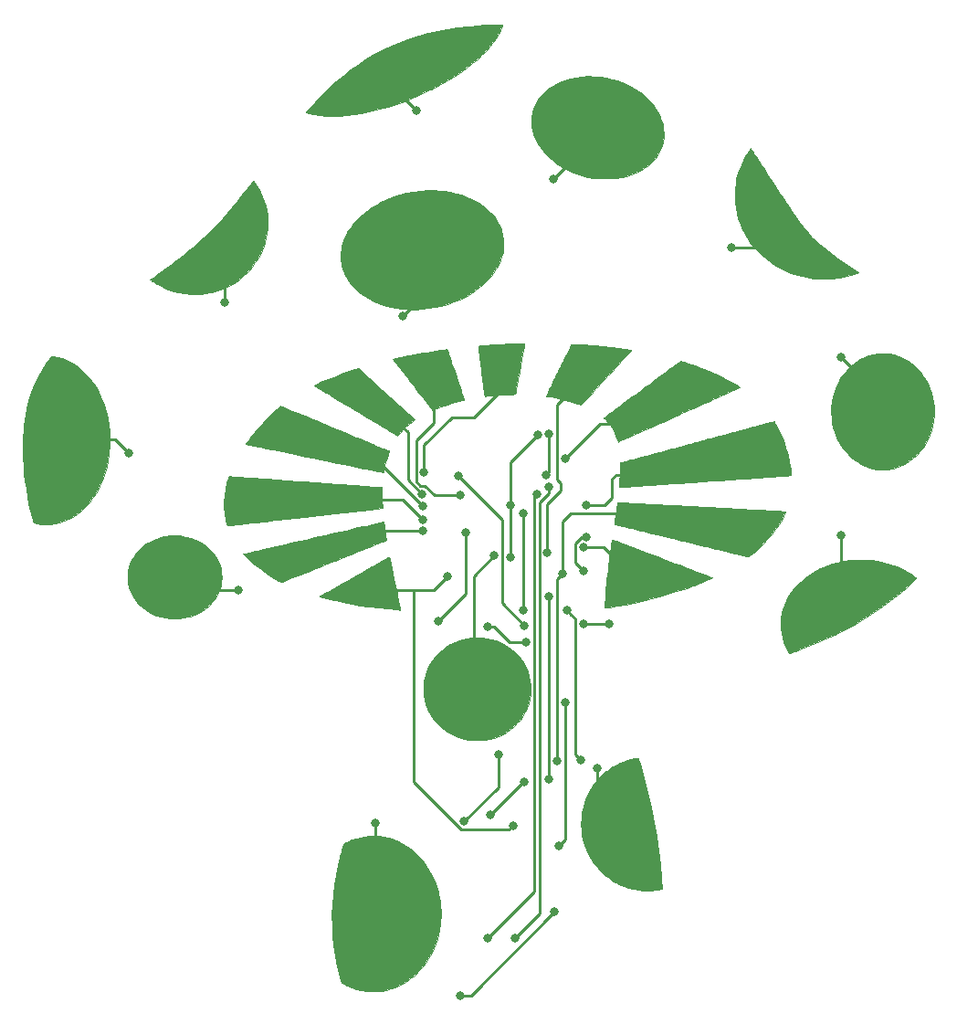
<source format=gbr>
G04 #@! TF.GenerationSoftware,KiCad,Pcbnew,5.0.2-bee76a0~70~ubuntu18.04.1*
G04 #@! TF.CreationDate,2019-10-25T22:44:05+08:00*
G04 #@! TF.ProjectId,TuneShroom,54756e65-5368-4726-9f6f-6d2e6b696361,rev?*
G04 #@! TF.SameCoordinates,Original*
G04 #@! TF.FileFunction,Copper,L1,Top*
G04 #@! TF.FilePolarity,Positive*
%FSLAX46Y46*%
G04 Gerber Fmt 4.6, Leading zero omitted, Abs format (unit mm)*
G04 Created by KiCad (PCBNEW 5.0.2-bee76a0~70~ubuntu18.04.1) date Fri 25 Oct 2019 22:44:05 HKT*
%MOMM*%
%LPD*%
G01*
G04 APERTURE LIST*
G04 #@! TA.AperFunction,EtchedComponent*
%ADD10C,0.010000*%
G04 #@! TD*
G04 #@! TA.AperFunction,BGAPad,CuDef*
%ADD11C,1.524000*%
G04 #@! TD*
G04 #@! TA.AperFunction,ViaPad*
%ADD12C,0.800000*%
G04 #@! TD*
G04 #@! TA.AperFunction,Conductor*
%ADD13C,0.250000*%
G04 #@! TD*
G04 APERTURE END LIST*
D10*
G04 #@! TO.C,*
G36*
X104384953Y-44133699D02*
X104465790Y-44135351D01*
X104511845Y-44138746D01*
X104521000Y-44142033D01*
X104514239Y-44164694D01*
X104495996Y-44218256D01*
X104469333Y-44293865D01*
X104447477Y-44354677D01*
X104297121Y-44715869D01*
X104106207Y-45082368D01*
X103876019Y-45453050D01*
X103607841Y-45826786D01*
X103302957Y-46202452D01*
X102962650Y-46578920D01*
X102588204Y-46955065D01*
X102180903Y-47329760D01*
X101742031Y-47701879D01*
X101272871Y-48070295D01*
X100774708Y-48433882D01*
X100248825Y-48791514D01*
X99696506Y-49142065D01*
X99119034Y-49484408D01*
X98517694Y-49817416D01*
X97893769Y-50139965D01*
X97800584Y-50186253D01*
X97087701Y-50525104D01*
X96368079Y-50840844D01*
X95644385Y-51132807D01*
X94919289Y-51400328D01*
X94195458Y-51642744D01*
X93475561Y-51859389D01*
X92762266Y-52049600D01*
X92058242Y-52212711D01*
X91366158Y-52348058D01*
X90688680Y-52454977D01*
X90028479Y-52532803D01*
X89388222Y-52580872D01*
X88770578Y-52598519D01*
X88178216Y-52585079D01*
X88169750Y-52584648D01*
X88005171Y-52573372D01*
X87814472Y-52555713D01*
X87612006Y-52533348D01*
X87412127Y-52507953D01*
X87229191Y-52481204D01*
X87109351Y-52460822D01*
X86993257Y-52437844D01*
X86865794Y-52410058D01*
X86735040Y-52379505D01*
X86609075Y-52348224D01*
X86495975Y-52318254D01*
X86403819Y-52291635D01*
X86340684Y-52270407D01*
X86321496Y-52261899D01*
X86318353Y-52244149D01*
X86339701Y-52205232D01*
X86387429Y-52142386D01*
X86463427Y-52052849D01*
X86468396Y-52047173D01*
X87117074Y-51328656D01*
X87767494Y-50651357D01*
X88421051Y-50014163D01*
X89079142Y-49415959D01*
X89743159Y-48855633D01*
X90414500Y-48332070D01*
X91094558Y-47844157D01*
X91784728Y-47390781D01*
X92486405Y-46970827D01*
X93200985Y-46583182D01*
X93503750Y-46430498D01*
X94289500Y-46063909D01*
X95094463Y-45730074D01*
X95919792Y-45428708D01*
X96766639Y-45159523D01*
X97636156Y-44922234D01*
X98529496Y-44716554D01*
X99447811Y-44542196D01*
X100392254Y-44398873D01*
X101363976Y-44286300D01*
X102364131Y-44204189D01*
X102489000Y-44196190D01*
X102655012Y-44186600D01*
X102835812Y-44177431D01*
X103026894Y-44168804D01*
X103223753Y-44160838D01*
X103421881Y-44153655D01*
X103616772Y-44147373D01*
X103803920Y-44142114D01*
X103978819Y-44137996D01*
X104136961Y-44135141D01*
X104273842Y-44133669D01*
X104384953Y-44133699D01*
X104384953Y-44133699D01*
G37*
X104384953Y-44133699D02*
X104465790Y-44135351D01*
X104511845Y-44138746D01*
X104521000Y-44142033D01*
X104514239Y-44164694D01*
X104495996Y-44218256D01*
X104469333Y-44293865D01*
X104447477Y-44354677D01*
X104297121Y-44715869D01*
X104106207Y-45082368D01*
X103876019Y-45453050D01*
X103607841Y-45826786D01*
X103302957Y-46202452D01*
X102962650Y-46578920D01*
X102588204Y-46955065D01*
X102180903Y-47329760D01*
X101742031Y-47701879D01*
X101272871Y-48070295D01*
X100774708Y-48433882D01*
X100248825Y-48791514D01*
X99696506Y-49142065D01*
X99119034Y-49484408D01*
X98517694Y-49817416D01*
X97893769Y-50139965D01*
X97800584Y-50186253D01*
X97087701Y-50525104D01*
X96368079Y-50840844D01*
X95644385Y-51132807D01*
X94919289Y-51400328D01*
X94195458Y-51642744D01*
X93475561Y-51859389D01*
X92762266Y-52049600D01*
X92058242Y-52212711D01*
X91366158Y-52348058D01*
X90688680Y-52454977D01*
X90028479Y-52532803D01*
X89388222Y-52580872D01*
X88770578Y-52598519D01*
X88178216Y-52585079D01*
X88169750Y-52584648D01*
X88005171Y-52573372D01*
X87814472Y-52555713D01*
X87612006Y-52533348D01*
X87412127Y-52507953D01*
X87229191Y-52481204D01*
X87109351Y-52460822D01*
X86993257Y-52437844D01*
X86865794Y-52410058D01*
X86735040Y-52379505D01*
X86609075Y-52348224D01*
X86495975Y-52318254D01*
X86403819Y-52291635D01*
X86340684Y-52270407D01*
X86321496Y-52261899D01*
X86318353Y-52244149D01*
X86339701Y-52205232D01*
X86387429Y-52142386D01*
X86463427Y-52052849D01*
X86468396Y-52047173D01*
X87117074Y-51328656D01*
X87767494Y-50651357D01*
X88421051Y-50014163D01*
X89079142Y-49415959D01*
X89743159Y-48855633D01*
X90414500Y-48332070D01*
X91094558Y-47844157D01*
X91784728Y-47390781D01*
X92486405Y-46970827D01*
X93200985Y-46583182D01*
X93503750Y-46430498D01*
X94289500Y-46063909D01*
X95094463Y-45730074D01*
X95919792Y-45428708D01*
X96766639Y-45159523D01*
X97636156Y-44922234D01*
X98529496Y-44716554D01*
X99447811Y-44542196D01*
X100392254Y-44398873D01*
X101363976Y-44286300D01*
X102364131Y-44204189D01*
X102489000Y-44196190D01*
X102655012Y-44186600D01*
X102835812Y-44177431D01*
X103026894Y-44168804D01*
X103223753Y-44160838D01*
X103421881Y-44153655D01*
X103616772Y-44147373D01*
X103803920Y-44142114D01*
X103978819Y-44137996D01*
X104136961Y-44135141D01*
X104273842Y-44133669D01*
X104384953Y-44133699D01*
G36*
X113004606Y-48931867D02*
X113562918Y-48980734D01*
X114122583Y-49069617D01*
X114681410Y-49198417D01*
X115131146Y-49331679D01*
X115631387Y-49513841D01*
X116113532Y-49727392D01*
X116574654Y-49970389D01*
X117011827Y-50240888D01*
X117422125Y-50536944D01*
X117802622Y-50856612D01*
X118150392Y-51197949D01*
X118439028Y-51529581D01*
X118662317Y-51830499D01*
X118865622Y-52150636D01*
X119043650Y-52480470D01*
X119191111Y-52810478D01*
X119269013Y-53023428D01*
X119377905Y-53414765D01*
X119445553Y-53805508D01*
X119472207Y-54193694D01*
X119458116Y-54577361D01*
X119403531Y-54954544D01*
X119308700Y-55323282D01*
X119173873Y-55681611D01*
X118999301Y-56027567D01*
X118858236Y-56254422D01*
X118609713Y-56586350D01*
X118327600Y-56893418D01*
X118013029Y-57174988D01*
X117667128Y-57430422D01*
X117291027Y-57659082D01*
X116885857Y-57860330D01*
X116452746Y-58033528D01*
X115992826Y-58178039D01*
X115507225Y-58293224D01*
X115130260Y-58359470D01*
X115033204Y-58372982D01*
X114936427Y-58383730D01*
X114832984Y-58392078D01*
X114715932Y-58398389D01*
X114578325Y-58403026D01*
X114413219Y-58406353D01*
X114213668Y-58408733D01*
X114183584Y-58409003D01*
X114015526Y-58410153D01*
X113856386Y-58410657D01*
X113712406Y-58410542D01*
X113589829Y-58409833D01*
X113494897Y-58408553D01*
X113433854Y-58406728D01*
X113421584Y-58405960D01*
X113364963Y-58399997D01*
X113276060Y-58389099D01*
X113164471Y-58374510D01*
X113039793Y-58357475D01*
X112951902Y-58345052D01*
X112412805Y-58249397D01*
X111885720Y-58119421D01*
X111373231Y-57956522D01*
X110877916Y-57762096D01*
X110402358Y-57537541D01*
X109949138Y-57284255D01*
X109520836Y-57003633D01*
X109120034Y-56697074D01*
X108749313Y-56365975D01*
X108411253Y-56011731D01*
X108222079Y-55784750D01*
X107960285Y-55424197D01*
X107737139Y-55054999D01*
X107553073Y-54678760D01*
X107408517Y-54297085D01*
X107303903Y-53911576D01*
X107239661Y-53523838D01*
X107216224Y-53135474D01*
X107234022Y-52748090D01*
X107293487Y-52363288D01*
X107297341Y-52345167D01*
X107398222Y-51975831D01*
X107537884Y-51620900D01*
X107714836Y-51281727D01*
X107927586Y-50959667D01*
X108174643Y-50656072D01*
X108454518Y-50372297D01*
X108765719Y-50109697D01*
X109106754Y-49869623D01*
X109476134Y-49653431D01*
X109872367Y-49462474D01*
X110293962Y-49298107D01*
X110739428Y-49161682D01*
X110828667Y-49138521D01*
X111359676Y-49026343D01*
X111900795Y-48954573D01*
X112449835Y-48923114D01*
X113004606Y-48931867D01*
X113004606Y-48931867D01*
G37*
X113004606Y-48931867D02*
X113562918Y-48980734D01*
X114122583Y-49069617D01*
X114681410Y-49198417D01*
X115131146Y-49331679D01*
X115631387Y-49513841D01*
X116113532Y-49727392D01*
X116574654Y-49970389D01*
X117011827Y-50240888D01*
X117422125Y-50536944D01*
X117802622Y-50856612D01*
X118150392Y-51197949D01*
X118439028Y-51529581D01*
X118662317Y-51830499D01*
X118865622Y-52150636D01*
X119043650Y-52480470D01*
X119191111Y-52810478D01*
X119269013Y-53023428D01*
X119377905Y-53414765D01*
X119445553Y-53805508D01*
X119472207Y-54193694D01*
X119458116Y-54577361D01*
X119403531Y-54954544D01*
X119308700Y-55323282D01*
X119173873Y-55681611D01*
X118999301Y-56027567D01*
X118858236Y-56254422D01*
X118609713Y-56586350D01*
X118327600Y-56893418D01*
X118013029Y-57174988D01*
X117667128Y-57430422D01*
X117291027Y-57659082D01*
X116885857Y-57860330D01*
X116452746Y-58033528D01*
X115992826Y-58178039D01*
X115507225Y-58293224D01*
X115130260Y-58359470D01*
X115033204Y-58372982D01*
X114936427Y-58383730D01*
X114832984Y-58392078D01*
X114715932Y-58398389D01*
X114578325Y-58403026D01*
X114413219Y-58406353D01*
X114213668Y-58408733D01*
X114183584Y-58409003D01*
X114015526Y-58410153D01*
X113856386Y-58410657D01*
X113712406Y-58410542D01*
X113589829Y-58409833D01*
X113494897Y-58408553D01*
X113433854Y-58406728D01*
X113421584Y-58405960D01*
X113364963Y-58399997D01*
X113276060Y-58389099D01*
X113164471Y-58374510D01*
X113039793Y-58357475D01*
X112951902Y-58345052D01*
X112412805Y-58249397D01*
X111885720Y-58119421D01*
X111373231Y-57956522D01*
X110877916Y-57762096D01*
X110402358Y-57537541D01*
X109949138Y-57284255D01*
X109520836Y-57003633D01*
X109120034Y-56697074D01*
X108749313Y-56365975D01*
X108411253Y-56011731D01*
X108222079Y-55784750D01*
X107960285Y-55424197D01*
X107737139Y-55054999D01*
X107553073Y-54678760D01*
X107408517Y-54297085D01*
X107303903Y-53911576D01*
X107239661Y-53523838D01*
X107216224Y-53135474D01*
X107234022Y-52748090D01*
X107293487Y-52363288D01*
X107297341Y-52345167D01*
X107398222Y-51975831D01*
X107537884Y-51620900D01*
X107714836Y-51281727D01*
X107927586Y-50959667D01*
X108174643Y-50656072D01*
X108454518Y-50372297D01*
X108765719Y-50109697D01*
X109106754Y-49869623D01*
X109476134Y-49653431D01*
X109872367Y-49462474D01*
X110293962Y-49298107D01*
X110739428Y-49161682D01*
X110828667Y-49138521D01*
X111359676Y-49026343D01*
X111900795Y-48954573D01*
X112449835Y-48923114D01*
X113004606Y-48931867D01*
G36*
X127542063Y-55621910D02*
X127575783Y-55667123D01*
X127621158Y-55733235D01*
X127658494Y-55790303D01*
X127695579Y-55847899D01*
X127752584Y-55936218D01*
X127826407Y-56050462D01*
X127913943Y-56185831D01*
X128012088Y-56337525D01*
X128117737Y-56500744D01*
X128227788Y-56670688D01*
X128284617Y-56758417D01*
X128404204Y-56943222D01*
X128541415Y-57155633D01*
X128691062Y-57387594D01*
X128847955Y-57631051D01*
X129006905Y-57877948D01*
X129162723Y-58120231D01*
X129310220Y-58349846D01*
X129402763Y-58494084D01*
X129704051Y-58962244D01*
X129997517Y-59414869D01*
X130282019Y-59850279D01*
X130556419Y-60266799D01*
X130819577Y-60662752D01*
X131070352Y-61036460D01*
X131307606Y-61386246D01*
X131530199Y-61710433D01*
X131736990Y-62007344D01*
X131926840Y-62275303D01*
X132098609Y-62512631D01*
X132251157Y-62717653D01*
X132383345Y-62888690D01*
X132423675Y-62939084D01*
X132675151Y-63238021D01*
X132945729Y-63536170D01*
X133237199Y-63834997D01*
X133551350Y-64135968D01*
X133889971Y-64440550D01*
X134254850Y-64750208D01*
X134647777Y-65066411D01*
X135070541Y-65390623D01*
X135524929Y-65724311D01*
X136012733Y-66068942D01*
X136535739Y-66425982D01*
X137095738Y-66796897D01*
X137262241Y-66905275D01*
X137361102Y-66969978D01*
X137445658Y-67026445D01*
X137510303Y-67070840D01*
X137549428Y-67099324D01*
X137558574Y-67108089D01*
X137531135Y-67121058D01*
X137470333Y-67143819D01*
X137383363Y-67174033D01*
X137277422Y-67209361D01*
X137159704Y-67247462D01*
X137037403Y-67285997D01*
X136917717Y-67322626D01*
X136807838Y-67355010D01*
X136743898Y-67373000D01*
X136191530Y-67506965D01*
X135639671Y-67604859D01*
X135075084Y-67669176D01*
X134987847Y-67674563D01*
X134869568Y-67679071D01*
X134728339Y-67682648D01*
X134572252Y-67685245D01*
X134409399Y-67686813D01*
X134247872Y-67687301D01*
X134095763Y-67686662D01*
X133961165Y-67684844D01*
X133852169Y-67681799D01*
X133776867Y-67677476D01*
X133773334Y-67677150D01*
X133721510Y-67672218D01*
X133640031Y-67664482D01*
X133541384Y-67655128D01*
X133466417Y-67648025D01*
X132911340Y-67575696D01*
X132359141Y-67464986D01*
X131813146Y-67317518D01*
X131276675Y-67134913D01*
X130753053Y-66918794D01*
X130245602Y-66670781D01*
X129757645Y-66392497D01*
X129292505Y-66085564D01*
X128853506Y-65751602D01*
X128443970Y-65392236D01*
X128073470Y-65015940D01*
X127809569Y-64716382D01*
X127576229Y-64427611D01*
X127366889Y-64140060D01*
X127174991Y-63844165D01*
X126993975Y-63530361D01*
X126817281Y-63189082D01*
X126808831Y-63171917D01*
X126578240Y-62657005D01*
X126389618Y-62136541D01*
X126242964Y-61610531D01*
X126138279Y-61078984D01*
X126075564Y-60541905D01*
X126054821Y-59999301D01*
X126076050Y-59451180D01*
X126139252Y-58897548D01*
X126206745Y-58515250D01*
X126299347Y-58125749D01*
X126421516Y-57722490D01*
X126568888Y-57317028D01*
X126737099Y-56920919D01*
X126921785Y-56545720D01*
X127013324Y-56379385D01*
X127058774Y-56302496D01*
X127116075Y-56209570D01*
X127181268Y-56106593D01*
X127250395Y-55999550D01*
X127319498Y-55894426D01*
X127384619Y-55797207D01*
X127441798Y-55713878D01*
X127487079Y-55650425D01*
X127516502Y-55612833D01*
X127525388Y-55605095D01*
X127542063Y-55621910D01*
X127542063Y-55621910D01*
G37*
X127542063Y-55621910D02*
X127575783Y-55667123D01*
X127621158Y-55733235D01*
X127658494Y-55790303D01*
X127695579Y-55847899D01*
X127752584Y-55936218D01*
X127826407Y-56050462D01*
X127913943Y-56185831D01*
X128012088Y-56337525D01*
X128117737Y-56500744D01*
X128227788Y-56670688D01*
X128284617Y-56758417D01*
X128404204Y-56943222D01*
X128541415Y-57155633D01*
X128691062Y-57387594D01*
X128847955Y-57631051D01*
X129006905Y-57877948D01*
X129162723Y-58120231D01*
X129310220Y-58349846D01*
X129402763Y-58494084D01*
X129704051Y-58962244D01*
X129997517Y-59414869D01*
X130282019Y-59850279D01*
X130556419Y-60266799D01*
X130819577Y-60662752D01*
X131070352Y-61036460D01*
X131307606Y-61386246D01*
X131530199Y-61710433D01*
X131736990Y-62007344D01*
X131926840Y-62275303D01*
X132098609Y-62512631D01*
X132251157Y-62717653D01*
X132383345Y-62888690D01*
X132423675Y-62939084D01*
X132675151Y-63238021D01*
X132945729Y-63536170D01*
X133237199Y-63834997D01*
X133551350Y-64135968D01*
X133889971Y-64440550D01*
X134254850Y-64750208D01*
X134647777Y-65066411D01*
X135070541Y-65390623D01*
X135524929Y-65724311D01*
X136012733Y-66068942D01*
X136535739Y-66425982D01*
X137095738Y-66796897D01*
X137262241Y-66905275D01*
X137361102Y-66969978D01*
X137445658Y-67026445D01*
X137510303Y-67070840D01*
X137549428Y-67099324D01*
X137558574Y-67108089D01*
X137531135Y-67121058D01*
X137470333Y-67143819D01*
X137383363Y-67174033D01*
X137277422Y-67209361D01*
X137159704Y-67247462D01*
X137037403Y-67285997D01*
X136917717Y-67322626D01*
X136807838Y-67355010D01*
X136743898Y-67373000D01*
X136191530Y-67506965D01*
X135639671Y-67604859D01*
X135075084Y-67669176D01*
X134987847Y-67674563D01*
X134869568Y-67679071D01*
X134728339Y-67682648D01*
X134572252Y-67685245D01*
X134409399Y-67686813D01*
X134247872Y-67687301D01*
X134095763Y-67686662D01*
X133961165Y-67684844D01*
X133852169Y-67681799D01*
X133776867Y-67677476D01*
X133773334Y-67677150D01*
X133721510Y-67672218D01*
X133640031Y-67664482D01*
X133541384Y-67655128D01*
X133466417Y-67648025D01*
X132911340Y-67575696D01*
X132359141Y-67464986D01*
X131813146Y-67317518D01*
X131276675Y-67134913D01*
X130753053Y-66918794D01*
X130245602Y-66670781D01*
X129757645Y-66392497D01*
X129292505Y-66085564D01*
X128853506Y-65751602D01*
X128443970Y-65392236D01*
X128073470Y-65015940D01*
X127809569Y-64716382D01*
X127576229Y-64427611D01*
X127366889Y-64140060D01*
X127174991Y-63844165D01*
X126993975Y-63530361D01*
X126817281Y-63189082D01*
X126808831Y-63171917D01*
X126578240Y-62657005D01*
X126389618Y-62136541D01*
X126242964Y-61610531D01*
X126138279Y-61078984D01*
X126075564Y-60541905D01*
X126054821Y-59999301D01*
X126076050Y-59451180D01*
X126139252Y-58897548D01*
X126206745Y-58515250D01*
X126299347Y-58125749D01*
X126421516Y-57722490D01*
X126568888Y-57317028D01*
X126737099Y-56920919D01*
X126921785Y-56545720D01*
X127013324Y-56379385D01*
X127058774Y-56302496D01*
X127116075Y-56209570D01*
X127181268Y-56106593D01*
X127250395Y-55999550D01*
X127319498Y-55894426D01*
X127384619Y-55797207D01*
X127441798Y-55713878D01*
X127487079Y-55650425D01*
X127516502Y-55612833D01*
X127525388Y-55605095D01*
X127542063Y-55621910D01*
G36*
X81422798Y-58614828D02*
X81457496Y-58653241D01*
X81508883Y-58722803D01*
X81573277Y-58817552D01*
X81646994Y-58931529D01*
X81726350Y-59058772D01*
X81807664Y-59193322D01*
X81887252Y-59329218D01*
X81961430Y-59460500D01*
X82026515Y-59581206D01*
X82058149Y-59643022D01*
X82256014Y-60072011D01*
X82417235Y-60495279D01*
X82544656Y-60922362D01*
X82641121Y-61362797D01*
X82709472Y-61826119D01*
X82709670Y-61827834D01*
X82725057Y-62005139D01*
X82734527Y-62211111D01*
X82738267Y-62435498D01*
X82736464Y-62668050D01*
X82729304Y-62898517D01*
X82716974Y-63116647D01*
X82699661Y-63312191D01*
X82679933Y-63460637D01*
X82598564Y-63889829D01*
X82498102Y-64290529D01*
X82375221Y-64673533D01*
X82226597Y-65049635D01*
X82115066Y-65294565D01*
X81870288Y-65758278D01*
X81591305Y-66198253D01*
X81279860Y-66613104D01*
X80937698Y-67001447D01*
X80566564Y-67361896D01*
X80168201Y-67693068D01*
X79744356Y-67993577D01*
X79296771Y-68262038D01*
X78827191Y-68497067D01*
X78337362Y-68697278D01*
X77829026Y-68861287D01*
X77522917Y-68940094D01*
X77314752Y-68983821D01*
X77085606Y-69023446D01*
X76849905Y-69056972D01*
X76622078Y-69082402D01*
X76416550Y-69097739D01*
X76369334Y-69099798D01*
X76254126Y-69104153D01*
X76149229Y-69108500D01*
X76064272Y-69112413D01*
X76008887Y-69115465D01*
X75998917Y-69116196D01*
X75955904Y-69117140D01*
X75879772Y-69116174D01*
X75779677Y-69113514D01*
X75664781Y-69109375D01*
X75607334Y-69106940D01*
X75078035Y-69062291D01*
X74553493Y-68976098D01*
X74036140Y-68849088D01*
X73528404Y-68681986D01*
X73032715Y-68475518D01*
X72551505Y-68230411D01*
X72418925Y-68154505D01*
X72322402Y-68096358D01*
X72220986Y-68032715D01*
X72121060Y-67967886D01*
X72029006Y-67906181D01*
X71951206Y-67851909D01*
X71894044Y-67809382D01*
X71863901Y-67782909D01*
X71860834Y-67777634D01*
X71877379Y-67761193D01*
X71922934Y-67725667D01*
X71991378Y-67675593D01*
X72076591Y-67615505D01*
X72120125Y-67585484D01*
X72682069Y-67194467D01*
X73239088Y-66794769D01*
X73786657Y-66389911D01*
X74320252Y-65983418D01*
X74835348Y-65578811D01*
X75327421Y-65179613D01*
X75791945Y-64789348D01*
X76224397Y-64411537D01*
X76399825Y-64253365D01*
X76840953Y-63843326D01*
X77276589Y-63421527D01*
X77709217Y-62985180D01*
X78141323Y-62531495D01*
X78575391Y-62057685D01*
X79013904Y-61560959D01*
X79459348Y-61038529D01*
X79914207Y-60487606D01*
X80380965Y-59905401D01*
X80862106Y-59289125D01*
X81110020Y-58965801D01*
X81207328Y-58839314D01*
X81282779Y-58744131D01*
X81339156Y-58677129D01*
X81379239Y-58635188D01*
X81405812Y-58615185D01*
X81421656Y-58613999D01*
X81422798Y-58614828D01*
X81422798Y-58614828D01*
G37*
X81422798Y-58614828D02*
X81457496Y-58653241D01*
X81508883Y-58722803D01*
X81573277Y-58817552D01*
X81646994Y-58931529D01*
X81726350Y-59058772D01*
X81807664Y-59193322D01*
X81887252Y-59329218D01*
X81961430Y-59460500D01*
X82026515Y-59581206D01*
X82058149Y-59643022D01*
X82256014Y-60072011D01*
X82417235Y-60495279D01*
X82544656Y-60922362D01*
X82641121Y-61362797D01*
X82709472Y-61826119D01*
X82709670Y-61827834D01*
X82725057Y-62005139D01*
X82734527Y-62211111D01*
X82738267Y-62435498D01*
X82736464Y-62668050D01*
X82729304Y-62898517D01*
X82716974Y-63116647D01*
X82699661Y-63312191D01*
X82679933Y-63460637D01*
X82598564Y-63889829D01*
X82498102Y-64290529D01*
X82375221Y-64673533D01*
X82226597Y-65049635D01*
X82115066Y-65294565D01*
X81870288Y-65758278D01*
X81591305Y-66198253D01*
X81279860Y-66613104D01*
X80937698Y-67001447D01*
X80566564Y-67361896D01*
X80168201Y-67693068D01*
X79744356Y-67993577D01*
X79296771Y-68262038D01*
X78827191Y-68497067D01*
X78337362Y-68697278D01*
X77829026Y-68861287D01*
X77522917Y-68940094D01*
X77314752Y-68983821D01*
X77085606Y-69023446D01*
X76849905Y-69056972D01*
X76622078Y-69082402D01*
X76416550Y-69097739D01*
X76369334Y-69099798D01*
X76254126Y-69104153D01*
X76149229Y-69108500D01*
X76064272Y-69112413D01*
X76008887Y-69115465D01*
X75998917Y-69116196D01*
X75955904Y-69117140D01*
X75879772Y-69116174D01*
X75779677Y-69113514D01*
X75664781Y-69109375D01*
X75607334Y-69106940D01*
X75078035Y-69062291D01*
X74553493Y-68976098D01*
X74036140Y-68849088D01*
X73528404Y-68681986D01*
X73032715Y-68475518D01*
X72551505Y-68230411D01*
X72418925Y-68154505D01*
X72322402Y-68096358D01*
X72220986Y-68032715D01*
X72121060Y-67967886D01*
X72029006Y-67906181D01*
X71951206Y-67851909D01*
X71894044Y-67809382D01*
X71863901Y-67782909D01*
X71860834Y-67777634D01*
X71877379Y-67761193D01*
X71922934Y-67725667D01*
X71991378Y-67675593D01*
X72076591Y-67615505D01*
X72120125Y-67585484D01*
X72682069Y-67194467D01*
X73239088Y-66794769D01*
X73786657Y-66389911D01*
X74320252Y-65983418D01*
X74835348Y-65578811D01*
X75327421Y-65179613D01*
X75791945Y-64789348D01*
X76224397Y-64411537D01*
X76399825Y-64253365D01*
X76840953Y-63843326D01*
X77276589Y-63421527D01*
X77709217Y-62985180D01*
X78141323Y-62531495D01*
X78575391Y-62057685D01*
X79013904Y-61560959D01*
X79459348Y-61038529D01*
X79914207Y-60487606D01*
X80380965Y-59905401D01*
X80862106Y-59289125D01*
X81110020Y-58965801D01*
X81207328Y-58839314D01*
X81282779Y-58744131D01*
X81339156Y-58677129D01*
X81379239Y-58635188D01*
X81405812Y-58615185D01*
X81421656Y-58613999D01*
X81422798Y-58614828D01*
G36*
X98181329Y-59505292D02*
X98362413Y-59509431D01*
X98515576Y-59516247D01*
X98553849Y-59518766D01*
X99126074Y-59576539D01*
X99682996Y-59665869D01*
X100221910Y-59785899D01*
X100740115Y-59935778D01*
X101234909Y-60114650D01*
X101703588Y-60321663D01*
X102143450Y-60555961D01*
X102457250Y-60752046D01*
X102665767Y-60895668D01*
X102847142Y-61030379D01*
X103012544Y-61165280D01*
X103173144Y-61309468D01*
X103335667Y-61467577D01*
X103634347Y-61794768D01*
X103893708Y-62136193D01*
X104113714Y-62490310D01*
X104294329Y-62855573D01*
X104435516Y-63230437D01*
X104537239Y-63613359D01*
X104599461Y-64002794D01*
X104622147Y-64397197D01*
X104605259Y-64795023D01*
X104548762Y-65194729D01*
X104452619Y-65594770D01*
X104316794Y-65993600D01*
X104141250Y-66389677D01*
X103925952Y-66781454D01*
X103670862Y-67167388D01*
X103475832Y-67424226D01*
X103363745Y-67557110D01*
X103227056Y-67707833D01*
X103074254Y-67867831D01*
X102913827Y-68028539D01*
X102754262Y-68181393D01*
X102604049Y-68317829D01*
X102513031Y-68395653D01*
X102065862Y-68739495D01*
X101588303Y-69056458D01*
X101083520Y-69345471D01*
X100554679Y-69605461D01*
X100004947Y-69835359D01*
X99437490Y-70034093D01*
X98855474Y-70200592D01*
X98262065Y-70333784D01*
X97660431Y-70432599D01*
X97053736Y-70495965D01*
X96445147Y-70522812D01*
X96223667Y-70523308D01*
X96094935Y-70521812D01*
X95973938Y-70519812D01*
X95869975Y-70517507D01*
X95792350Y-70515093D01*
X95758000Y-70513401D01*
X95207632Y-70464260D01*
X94689882Y-70394025D01*
X94199990Y-70301476D01*
X93733198Y-70185394D01*
X93284746Y-70044561D01*
X92849874Y-69877757D01*
X92423824Y-69683763D01*
X92324306Y-69634015D01*
X91900881Y-69399052D01*
X91508243Y-69140792D01*
X91147492Y-68860562D01*
X90819728Y-68559691D01*
X90526053Y-68239505D01*
X90267567Y-67901331D01*
X90045370Y-67546497D01*
X89860565Y-67176330D01*
X89714250Y-66792158D01*
X89607528Y-66395307D01*
X89597205Y-66345758D01*
X89571253Y-66181310D01*
X89552332Y-65987049D01*
X89540735Y-65774955D01*
X89536751Y-65557008D01*
X89540671Y-65345188D01*
X89552786Y-65151476D01*
X89565491Y-65038798D01*
X89619879Y-64726387D01*
X89695633Y-64426265D01*
X89796204Y-64127494D01*
X89925042Y-63819136D01*
X90000744Y-63658750D01*
X90229667Y-63237790D01*
X90497237Y-62832812D01*
X90802567Y-62444659D01*
X91144773Y-62074173D01*
X91522967Y-61722196D01*
X91936263Y-61389571D01*
X92383775Y-61077139D01*
X92864617Y-60785743D01*
X93229517Y-60590173D01*
X93797948Y-60324434D01*
X94388480Y-60094409D01*
X95001348Y-59900029D01*
X95636786Y-59741227D01*
X96295028Y-59617935D01*
X96869250Y-59541379D01*
X97000016Y-59530077D01*
X97164301Y-59520628D01*
X97353330Y-59513150D01*
X97558325Y-59507759D01*
X97770508Y-59504574D01*
X97981102Y-59503712D01*
X98181329Y-59505292D01*
X98181329Y-59505292D01*
G37*
X98181329Y-59505292D02*
X98362413Y-59509431D01*
X98515576Y-59516247D01*
X98553849Y-59518766D01*
X99126074Y-59576539D01*
X99682996Y-59665869D01*
X100221910Y-59785899D01*
X100740115Y-59935778D01*
X101234909Y-60114650D01*
X101703588Y-60321663D01*
X102143450Y-60555961D01*
X102457250Y-60752046D01*
X102665767Y-60895668D01*
X102847142Y-61030379D01*
X103012544Y-61165280D01*
X103173144Y-61309468D01*
X103335667Y-61467577D01*
X103634347Y-61794768D01*
X103893708Y-62136193D01*
X104113714Y-62490310D01*
X104294329Y-62855573D01*
X104435516Y-63230437D01*
X104537239Y-63613359D01*
X104599461Y-64002794D01*
X104622147Y-64397197D01*
X104605259Y-64795023D01*
X104548762Y-65194729D01*
X104452619Y-65594770D01*
X104316794Y-65993600D01*
X104141250Y-66389677D01*
X103925952Y-66781454D01*
X103670862Y-67167388D01*
X103475832Y-67424226D01*
X103363745Y-67557110D01*
X103227056Y-67707833D01*
X103074254Y-67867831D01*
X102913827Y-68028539D01*
X102754262Y-68181393D01*
X102604049Y-68317829D01*
X102513031Y-68395653D01*
X102065862Y-68739495D01*
X101588303Y-69056458D01*
X101083520Y-69345471D01*
X100554679Y-69605461D01*
X100004947Y-69835359D01*
X99437490Y-70034093D01*
X98855474Y-70200592D01*
X98262065Y-70333784D01*
X97660431Y-70432599D01*
X97053736Y-70495965D01*
X96445147Y-70522812D01*
X96223667Y-70523308D01*
X96094935Y-70521812D01*
X95973938Y-70519812D01*
X95869975Y-70517507D01*
X95792350Y-70515093D01*
X95758000Y-70513401D01*
X95207632Y-70464260D01*
X94689882Y-70394025D01*
X94199990Y-70301476D01*
X93733198Y-70185394D01*
X93284746Y-70044561D01*
X92849874Y-69877757D01*
X92423824Y-69683763D01*
X92324306Y-69634015D01*
X91900881Y-69399052D01*
X91508243Y-69140792D01*
X91147492Y-68860562D01*
X90819728Y-68559691D01*
X90526053Y-68239505D01*
X90267567Y-67901331D01*
X90045370Y-67546497D01*
X89860565Y-67176330D01*
X89714250Y-66792158D01*
X89607528Y-66395307D01*
X89597205Y-66345758D01*
X89571253Y-66181310D01*
X89552332Y-65987049D01*
X89540735Y-65774955D01*
X89536751Y-65557008D01*
X89540671Y-65345188D01*
X89552786Y-65151476D01*
X89565491Y-65038798D01*
X89619879Y-64726387D01*
X89695633Y-64426265D01*
X89796204Y-64127494D01*
X89925042Y-63819136D01*
X90000744Y-63658750D01*
X90229667Y-63237790D01*
X90497237Y-62832812D01*
X90802567Y-62444659D01*
X91144773Y-62074173D01*
X91522967Y-61722196D01*
X91936263Y-61389571D01*
X92383775Y-61077139D01*
X92864617Y-60785743D01*
X93229517Y-60590173D01*
X93797948Y-60324434D01*
X94388480Y-60094409D01*
X95001348Y-59900029D01*
X95636786Y-59741227D01*
X96295028Y-59617935D01*
X96869250Y-59541379D01*
X97000016Y-59530077D01*
X97164301Y-59520628D01*
X97353330Y-59513150D01*
X97558325Y-59507759D01*
X97770508Y-59504574D01*
X97981102Y-59503712D01*
X98181329Y-59505292D01*
G36*
X106552355Y-73690390D02*
X106553000Y-73701754D01*
X106549307Y-73732716D01*
X106538616Y-73801382D01*
X106521513Y-73904528D01*
X106498582Y-74038932D01*
X106470409Y-74201370D01*
X106437578Y-74388617D01*
X106400674Y-74597450D01*
X106360283Y-74824647D01*
X106316988Y-75066982D01*
X106271375Y-75321232D01*
X106224029Y-75584175D01*
X106175535Y-75852585D01*
X106126477Y-76123240D01*
X106077440Y-76392916D01*
X106029010Y-76658389D01*
X105981771Y-76916435D01*
X105936308Y-77163832D01*
X105893205Y-77397355D01*
X105853049Y-77613781D01*
X105816423Y-77809886D01*
X105783913Y-77982447D01*
X105756104Y-78128239D01*
X105733579Y-78244040D01*
X105716925Y-78326625D01*
X105706727Y-78372772D01*
X105703888Y-78381678D01*
X105677855Y-78385642D01*
X105615256Y-78390154D01*
X105521852Y-78394949D01*
X105403402Y-78399768D01*
X105265667Y-78404347D01*
X105117756Y-78408344D01*
X104673923Y-78423880D01*
X104227970Y-78448732D01*
X103796520Y-78481865D01*
X103534415Y-78507069D01*
X103353187Y-78526358D01*
X103196192Y-78543709D01*
X103067562Y-78558638D01*
X102971425Y-78570660D01*
X102911913Y-78579291D01*
X102900872Y-78581343D01*
X102894011Y-78581696D01*
X102887413Y-78578242D01*
X102880740Y-78568694D01*
X102873653Y-78550763D01*
X102865811Y-78522163D01*
X102856876Y-78480605D01*
X102846509Y-78423801D01*
X102834369Y-78349465D01*
X102820118Y-78255307D01*
X102803416Y-78139040D01*
X102783924Y-77998376D01*
X102761303Y-77831028D01*
X102735213Y-77634708D01*
X102705315Y-77407128D01*
X102671269Y-77146000D01*
X102632737Y-76849037D01*
X102589379Y-76513950D01*
X102556516Y-76259665D01*
X102516671Y-75950421D01*
X102478563Y-75653000D01*
X102442526Y-75370085D01*
X102408892Y-75104359D01*
X102377993Y-74858507D01*
X102350161Y-74635211D01*
X102325730Y-74437155D01*
X102305032Y-74267023D01*
X102288398Y-74127497D01*
X102276162Y-74021262D01*
X102268656Y-73951001D01*
X102266213Y-73919397D01*
X102266412Y-73917866D01*
X102293789Y-73910094D01*
X102359856Y-73900590D01*
X102461019Y-73889579D01*
X102593679Y-73877285D01*
X102754240Y-73863930D01*
X102939105Y-73849739D01*
X103144678Y-73834937D01*
X103367362Y-73819746D01*
X103603560Y-73804390D01*
X103849674Y-73789094D01*
X104102109Y-73774081D01*
X104357268Y-73759575D01*
X104611553Y-73745801D01*
X104861369Y-73732980D01*
X105103118Y-73721339D01*
X105333203Y-73711100D01*
X105548028Y-73702487D01*
X105743996Y-73695725D01*
X105907417Y-73691264D01*
X106056045Y-73687564D01*
X106193276Y-73683577D01*
X106312585Y-73679538D01*
X106407444Y-73675683D01*
X106471325Y-73672245D01*
X106494792Y-73670113D01*
X106537609Y-73669439D01*
X106552355Y-73690390D01*
X106552355Y-73690390D01*
G37*
X106552355Y-73690390D02*
X106553000Y-73701754D01*
X106549307Y-73732716D01*
X106538616Y-73801382D01*
X106521513Y-73904528D01*
X106498582Y-74038932D01*
X106470409Y-74201370D01*
X106437578Y-74388617D01*
X106400674Y-74597450D01*
X106360283Y-74824647D01*
X106316988Y-75066982D01*
X106271375Y-75321232D01*
X106224029Y-75584175D01*
X106175535Y-75852585D01*
X106126477Y-76123240D01*
X106077440Y-76392916D01*
X106029010Y-76658389D01*
X105981771Y-76916435D01*
X105936308Y-77163832D01*
X105893205Y-77397355D01*
X105853049Y-77613781D01*
X105816423Y-77809886D01*
X105783913Y-77982447D01*
X105756104Y-78128239D01*
X105733579Y-78244040D01*
X105716925Y-78326625D01*
X105706727Y-78372772D01*
X105703888Y-78381678D01*
X105677855Y-78385642D01*
X105615256Y-78390154D01*
X105521852Y-78394949D01*
X105403402Y-78399768D01*
X105265667Y-78404347D01*
X105117756Y-78408344D01*
X104673923Y-78423880D01*
X104227970Y-78448732D01*
X103796520Y-78481865D01*
X103534415Y-78507069D01*
X103353187Y-78526358D01*
X103196192Y-78543709D01*
X103067562Y-78558638D01*
X102971425Y-78570660D01*
X102911913Y-78579291D01*
X102900872Y-78581343D01*
X102894011Y-78581696D01*
X102887413Y-78578242D01*
X102880740Y-78568694D01*
X102873653Y-78550763D01*
X102865811Y-78522163D01*
X102856876Y-78480605D01*
X102846509Y-78423801D01*
X102834369Y-78349465D01*
X102820118Y-78255307D01*
X102803416Y-78139040D01*
X102783924Y-77998376D01*
X102761303Y-77831028D01*
X102735213Y-77634708D01*
X102705315Y-77407128D01*
X102671269Y-77146000D01*
X102632737Y-76849037D01*
X102589379Y-76513950D01*
X102556516Y-76259665D01*
X102516671Y-75950421D01*
X102478563Y-75653000D01*
X102442526Y-75370085D01*
X102408892Y-75104359D01*
X102377993Y-74858507D01*
X102350161Y-74635211D01*
X102325730Y-74437155D01*
X102305032Y-74267023D01*
X102288398Y-74127497D01*
X102276162Y-74021262D01*
X102268656Y-73951001D01*
X102266213Y-73919397D01*
X102266412Y-73917866D01*
X102293789Y-73910094D01*
X102359856Y-73900590D01*
X102461019Y-73889579D01*
X102593679Y-73877285D01*
X102754240Y-73863930D01*
X102939105Y-73849739D01*
X103144678Y-73834937D01*
X103367362Y-73819746D01*
X103603560Y-73804390D01*
X103849674Y-73789094D01*
X104102109Y-73774081D01*
X104357268Y-73759575D01*
X104611553Y-73745801D01*
X104861369Y-73732980D01*
X105103118Y-73721339D01*
X105333203Y-73711100D01*
X105548028Y-73702487D01*
X105743996Y-73695725D01*
X105907417Y-73691264D01*
X106056045Y-73687564D01*
X106193276Y-73683577D01*
X106312585Y-73679538D01*
X106407444Y-73675683D01*
X106471325Y-73672245D01*
X106494792Y-73670113D01*
X106537609Y-73669439D01*
X106552355Y-73690390D01*
G36*
X111101654Y-73745351D02*
X111234638Y-73749750D01*
X111396353Y-73757415D01*
X111583450Y-73768100D01*
X111792584Y-73781555D01*
X112020408Y-73797536D01*
X112263573Y-73815793D01*
X112518733Y-73836079D01*
X112782540Y-73858148D01*
X113051649Y-73881753D01*
X113322711Y-73906645D01*
X113592379Y-73932577D01*
X113857307Y-73959302D01*
X114114147Y-73986574D01*
X114236500Y-74000114D01*
X114423171Y-74021592D01*
X114622532Y-74045465D01*
X114830326Y-74071149D01*
X115042299Y-74098058D01*
X115254191Y-74125607D01*
X115461747Y-74153210D01*
X115660710Y-74180283D01*
X115846824Y-74206241D01*
X116015830Y-74230497D01*
X116163474Y-74252468D01*
X116285497Y-74271568D01*
X116377643Y-74287212D01*
X116435656Y-74298814D01*
X116454966Y-74305077D01*
X116441548Y-74320930D01*
X116401274Y-74365916D01*
X116335979Y-74438040D01*
X116247498Y-74535306D01*
X116137664Y-74655719D01*
X116008313Y-74797283D01*
X115861277Y-74958002D01*
X115698392Y-75135881D01*
X115521493Y-75328925D01*
X115332412Y-75535137D01*
X115132985Y-75752523D01*
X114925046Y-75979086D01*
X114710429Y-76212831D01*
X114490969Y-76451762D01*
X114268499Y-76693884D01*
X114044855Y-76937201D01*
X113821870Y-77179718D01*
X113601379Y-77419438D01*
X113385216Y-77654367D01*
X113175215Y-77882509D01*
X112973212Y-78101868D01*
X112781039Y-78310449D01*
X112600531Y-78506255D01*
X112433524Y-78687292D01*
X112281850Y-78851564D01*
X112147345Y-78997075D01*
X112031842Y-79121829D01*
X111937176Y-79223832D01*
X111865181Y-79301086D01*
X111817692Y-79351598D01*
X111796543Y-79373371D01*
X111795602Y-79374105D01*
X111775691Y-79366194D01*
X111727381Y-79346380D01*
X111664750Y-79320454D01*
X111460371Y-79241891D01*
X111220259Y-79160472D01*
X110950776Y-79077808D01*
X110658287Y-78995509D01*
X110349155Y-78915185D01*
X110029743Y-78838449D01*
X109706415Y-78766909D01*
X109385534Y-78702176D01*
X109073464Y-78645862D01*
X108871586Y-78613508D01*
X108764964Y-78596942D01*
X108674332Y-78582029D01*
X108607418Y-78570105D01*
X108571947Y-78562504D01*
X108568386Y-78561108D01*
X108576688Y-78541782D01*
X108602240Y-78487195D01*
X108643696Y-78400114D01*
X108699707Y-78283308D01*
X108768926Y-78139543D01*
X108850006Y-77971589D01*
X108941599Y-77782212D01*
X109042357Y-77574182D01*
X109150934Y-77350264D01*
X109265981Y-77113228D01*
X109386152Y-76865841D01*
X109510098Y-76610872D01*
X109636472Y-76351087D01*
X109763927Y-76089255D01*
X109891115Y-75828143D01*
X110016688Y-75570520D01*
X110139300Y-75319153D01*
X110257603Y-75076810D01*
X110370249Y-74846260D01*
X110475890Y-74630269D01*
X110573180Y-74431605D01*
X110660770Y-74253037D01*
X110737314Y-74097333D01*
X110801464Y-73967260D01*
X110851872Y-73865586D01*
X110887190Y-73795078D01*
X110906072Y-73758506D01*
X110908556Y-73754224D01*
X110935266Y-73747340D01*
X111000748Y-73744465D01*
X111101654Y-73745351D01*
X111101654Y-73745351D01*
G37*
X111101654Y-73745351D02*
X111234638Y-73749750D01*
X111396353Y-73757415D01*
X111583450Y-73768100D01*
X111792584Y-73781555D01*
X112020408Y-73797536D01*
X112263573Y-73815793D01*
X112518733Y-73836079D01*
X112782540Y-73858148D01*
X113051649Y-73881753D01*
X113322711Y-73906645D01*
X113592379Y-73932577D01*
X113857307Y-73959302D01*
X114114147Y-73986574D01*
X114236500Y-74000114D01*
X114423171Y-74021592D01*
X114622532Y-74045465D01*
X114830326Y-74071149D01*
X115042299Y-74098058D01*
X115254191Y-74125607D01*
X115461747Y-74153210D01*
X115660710Y-74180283D01*
X115846824Y-74206241D01*
X116015830Y-74230497D01*
X116163474Y-74252468D01*
X116285497Y-74271568D01*
X116377643Y-74287212D01*
X116435656Y-74298814D01*
X116454966Y-74305077D01*
X116441548Y-74320930D01*
X116401274Y-74365916D01*
X116335979Y-74438040D01*
X116247498Y-74535306D01*
X116137664Y-74655719D01*
X116008313Y-74797283D01*
X115861277Y-74958002D01*
X115698392Y-75135881D01*
X115521493Y-75328925D01*
X115332412Y-75535137D01*
X115132985Y-75752523D01*
X114925046Y-75979086D01*
X114710429Y-76212831D01*
X114490969Y-76451762D01*
X114268499Y-76693884D01*
X114044855Y-76937201D01*
X113821870Y-77179718D01*
X113601379Y-77419438D01*
X113385216Y-77654367D01*
X113175215Y-77882509D01*
X112973212Y-78101868D01*
X112781039Y-78310449D01*
X112600531Y-78506255D01*
X112433524Y-78687292D01*
X112281850Y-78851564D01*
X112147345Y-78997075D01*
X112031842Y-79121829D01*
X111937176Y-79223832D01*
X111865181Y-79301086D01*
X111817692Y-79351598D01*
X111796543Y-79373371D01*
X111795602Y-79374105D01*
X111775691Y-79366194D01*
X111727381Y-79346380D01*
X111664750Y-79320454D01*
X111460371Y-79241891D01*
X111220259Y-79160472D01*
X110950776Y-79077808D01*
X110658287Y-78995509D01*
X110349155Y-78915185D01*
X110029743Y-78838449D01*
X109706415Y-78766909D01*
X109385534Y-78702176D01*
X109073464Y-78645862D01*
X108871586Y-78613508D01*
X108764964Y-78596942D01*
X108674332Y-78582029D01*
X108607418Y-78570105D01*
X108571947Y-78562504D01*
X108568386Y-78561108D01*
X108576688Y-78541782D01*
X108602240Y-78487195D01*
X108643696Y-78400114D01*
X108699707Y-78283308D01*
X108768926Y-78139543D01*
X108850006Y-77971589D01*
X108941599Y-77782212D01*
X109042357Y-77574182D01*
X109150934Y-77350264D01*
X109265981Y-77113228D01*
X109386152Y-76865841D01*
X109510098Y-76610872D01*
X109636472Y-76351087D01*
X109763927Y-76089255D01*
X109891115Y-75828143D01*
X110016688Y-75570520D01*
X110139300Y-75319153D01*
X110257603Y-75076810D01*
X110370249Y-74846260D01*
X110475890Y-74630269D01*
X110573180Y-74431605D01*
X110660770Y-74253037D01*
X110737314Y-74097333D01*
X110801464Y-73967260D01*
X110851872Y-73865586D01*
X110887190Y-73795078D01*
X110906072Y-73758506D01*
X110908556Y-73754224D01*
X110935266Y-73747340D01*
X111000748Y-73744465D01*
X111101654Y-73745351D01*
G36*
X99365217Y-74234703D02*
X99373320Y-74255992D01*
X99394058Y-74314296D01*
X99426386Y-74406569D01*
X99469259Y-74529763D01*
X99521631Y-74680832D01*
X99582457Y-74856729D01*
X99650692Y-75054407D01*
X99725291Y-75270820D01*
X99805209Y-75502920D01*
X99889399Y-75747661D01*
X99976818Y-76001996D01*
X100066420Y-76262879D01*
X100157159Y-76527261D01*
X100247991Y-76792098D01*
X100337869Y-77054341D01*
X100425750Y-77310945D01*
X100510587Y-77558861D01*
X100591336Y-77795044D01*
X100666951Y-78016447D01*
X100736387Y-78220023D01*
X100798599Y-78402725D01*
X100852541Y-78561506D01*
X100897169Y-78693320D01*
X100931437Y-78795119D01*
X100954300Y-78863858D01*
X100964712Y-78896488D01*
X100965254Y-78898750D01*
X100945795Y-78911921D01*
X100893498Y-78930969D01*
X100816955Y-78953070D01*
X100747968Y-78970145D01*
X100437062Y-79046489D01*
X100106305Y-79135590D01*
X99765161Y-79234479D01*
X99423095Y-79340184D01*
X99089570Y-79449734D01*
X98774052Y-79560157D01*
X98486003Y-79668483D01*
X98351289Y-79722555D01*
X98239873Y-79768087D01*
X98142153Y-79807379D01*
X98064794Y-79837803D01*
X98014460Y-79856732D01*
X97998075Y-79861834D01*
X97983694Y-79845321D01*
X97945102Y-79797051D01*
X97883764Y-79718923D01*
X97801143Y-79612838D01*
X97698705Y-79480697D01*
X97577913Y-79324400D01*
X97440232Y-79145847D01*
X97287127Y-78946940D01*
X97120061Y-78729578D01*
X96940499Y-78495661D01*
X96749905Y-78247092D01*
X96549744Y-77985769D01*
X96341481Y-77713593D01*
X96175479Y-77496459D01*
X95962123Y-77217226D01*
X95755967Y-76947311D01*
X95558459Y-76688617D01*
X95371048Y-76443044D01*
X95195184Y-76212496D01*
X95032315Y-75998876D01*
X94883892Y-75804084D01*
X94751362Y-75630024D01*
X94636175Y-75478599D01*
X94539780Y-75351709D01*
X94463627Y-75251258D01*
X94409164Y-75179149D01*
X94377840Y-75137282D01*
X94370403Y-75126846D01*
X94392585Y-75119337D01*
X94451758Y-75104533D01*
X94543387Y-75083383D01*
X94662939Y-75056834D01*
X94805881Y-75025834D01*
X94967680Y-74991330D01*
X95143802Y-74954269D01*
X95329713Y-74915600D01*
X95520881Y-74876270D01*
X95712772Y-74837226D01*
X95900853Y-74799417D01*
X96080590Y-74763789D01*
X96247450Y-74731291D01*
X96396899Y-74702869D01*
X96414167Y-74699644D01*
X96621498Y-74661594D01*
X96842839Y-74622044D01*
X97074529Y-74581571D01*
X97312910Y-74540751D01*
X97554321Y-74500162D01*
X97795103Y-74460378D01*
X98031597Y-74421978D01*
X98260142Y-74385538D01*
X98477081Y-74351633D01*
X98678753Y-74320841D01*
X98861499Y-74293739D01*
X99021658Y-74270902D01*
X99155573Y-74252908D01*
X99259583Y-74240332D01*
X99330028Y-74233752D01*
X99363250Y-74233745D01*
X99365217Y-74234703D01*
X99365217Y-74234703D01*
G37*
X99365217Y-74234703D02*
X99373320Y-74255992D01*
X99394058Y-74314296D01*
X99426386Y-74406569D01*
X99469259Y-74529763D01*
X99521631Y-74680832D01*
X99582457Y-74856729D01*
X99650692Y-75054407D01*
X99725291Y-75270820D01*
X99805209Y-75502920D01*
X99889399Y-75747661D01*
X99976818Y-76001996D01*
X100066420Y-76262879D01*
X100157159Y-76527261D01*
X100247991Y-76792098D01*
X100337869Y-77054341D01*
X100425750Y-77310945D01*
X100510587Y-77558861D01*
X100591336Y-77795044D01*
X100666951Y-78016447D01*
X100736387Y-78220023D01*
X100798599Y-78402725D01*
X100852541Y-78561506D01*
X100897169Y-78693320D01*
X100931437Y-78795119D01*
X100954300Y-78863858D01*
X100964712Y-78896488D01*
X100965254Y-78898750D01*
X100945795Y-78911921D01*
X100893498Y-78930969D01*
X100816955Y-78953070D01*
X100747968Y-78970145D01*
X100437062Y-79046489D01*
X100106305Y-79135590D01*
X99765161Y-79234479D01*
X99423095Y-79340184D01*
X99089570Y-79449734D01*
X98774052Y-79560157D01*
X98486003Y-79668483D01*
X98351289Y-79722555D01*
X98239873Y-79768087D01*
X98142153Y-79807379D01*
X98064794Y-79837803D01*
X98014460Y-79856732D01*
X97998075Y-79861834D01*
X97983694Y-79845321D01*
X97945102Y-79797051D01*
X97883764Y-79718923D01*
X97801143Y-79612838D01*
X97698705Y-79480697D01*
X97577913Y-79324400D01*
X97440232Y-79145847D01*
X97287127Y-78946940D01*
X97120061Y-78729578D01*
X96940499Y-78495661D01*
X96749905Y-78247092D01*
X96549744Y-77985769D01*
X96341481Y-77713593D01*
X96175479Y-77496459D01*
X95962123Y-77217226D01*
X95755967Y-76947311D01*
X95558459Y-76688617D01*
X95371048Y-76443044D01*
X95195184Y-76212496D01*
X95032315Y-75998876D01*
X94883892Y-75804084D01*
X94751362Y-75630024D01*
X94636175Y-75478599D01*
X94539780Y-75351709D01*
X94463627Y-75251258D01*
X94409164Y-75179149D01*
X94377840Y-75137282D01*
X94370403Y-75126846D01*
X94392585Y-75119337D01*
X94451758Y-75104533D01*
X94543387Y-75083383D01*
X94662939Y-75056834D01*
X94805881Y-75025834D01*
X94967680Y-74991330D01*
X95143802Y-74954269D01*
X95329713Y-74915600D01*
X95520881Y-74876270D01*
X95712772Y-74837226D01*
X95900853Y-74799417D01*
X96080590Y-74763789D01*
X96247450Y-74731291D01*
X96396899Y-74702869D01*
X96414167Y-74699644D01*
X96621498Y-74661594D01*
X96842839Y-74622044D01*
X97074529Y-74581571D01*
X97312910Y-74540751D01*
X97554321Y-74500162D01*
X97795103Y-74460378D01*
X98031597Y-74421978D01*
X98260142Y-74385538D01*
X98477081Y-74351633D01*
X98678753Y-74320841D01*
X98861499Y-74293739D01*
X99021658Y-74270902D01*
X99155573Y-74252908D01*
X99259583Y-74240332D01*
X99330028Y-74233752D01*
X99363250Y-74233745D01*
X99365217Y-74234703D01*
G36*
X91191603Y-76007392D02*
X91203739Y-76013943D01*
X91223243Y-76031047D01*
X91272247Y-76075290D01*
X91349094Y-76145154D01*
X91452124Y-76239119D01*
X91579681Y-76355667D01*
X91730107Y-76493279D01*
X91901744Y-76650436D01*
X92092933Y-76825619D01*
X92302018Y-77017309D01*
X92527340Y-77223987D01*
X92767242Y-77444134D01*
X93020066Y-77676231D01*
X93284154Y-77918759D01*
X93557848Y-78170199D01*
X93806162Y-78398399D01*
X96370683Y-80755547D01*
X96207217Y-80873658D01*
X95867360Y-81135228D01*
X95550522Y-81411312D01*
X95262978Y-81696066D01*
X95011005Y-81983645D01*
X94998021Y-81999780D01*
X94930807Y-82081953D01*
X94871633Y-82151029D01*
X94826076Y-82200736D01*
X94799710Y-82224800D01*
X94796937Y-82226049D01*
X94771827Y-82216860D01*
X94717574Y-82188799D01*
X94640846Y-82145577D01*
X94548308Y-82090902D01*
X94488000Y-82054160D01*
X94437587Y-82023373D01*
X94353085Y-81972102D01*
X94236692Y-81901674D01*
X94090606Y-81813410D01*
X93917021Y-81708635D01*
X93718137Y-81588673D01*
X93496148Y-81454848D01*
X93253252Y-81308483D01*
X92991647Y-81150903D01*
X92713528Y-80983432D01*
X92421093Y-80807394D01*
X92116538Y-80624111D01*
X91802060Y-80434909D01*
X91479856Y-80241112D01*
X91334167Y-80153500D01*
X91000981Y-79953147D01*
X90669491Y-79753807D01*
X90342315Y-79557058D01*
X90022073Y-79364474D01*
X89711384Y-79177630D01*
X89412867Y-78998102D01*
X89129141Y-78827465D01*
X88862826Y-78667294D01*
X88616540Y-78519164D01*
X88392903Y-78384651D01*
X88194534Y-78265329D01*
X88024051Y-78162775D01*
X87884075Y-78078563D01*
X87777225Y-78014268D01*
X87759700Y-78003721D01*
X87053316Y-77578579D01*
X87262283Y-77480067D01*
X87672075Y-77292766D01*
X88115411Y-77100972D01*
X88584194Y-76907828D01*
X89070329Y-76716474D01*
X89565721Y-76530054D01*
X90062273Y-76351708D01*
X90551890Y-76184580D01*
X90853127Y-76086467D01*
X90975248Y-76048161D01*
X91063767Y-76022422D01*
X91125074Y-76007929D01*
X91165556Y-76003359D01*
X91191603Y-76007392D01*
X91191603Y-76007392D01*
G37*
X91191603Y-76007392D02*
X91203739Y-76013943D01*
X91223243Y-76031047D01*
X91272247Y-76075290D01*
X91349094Y-76145154D01*
X91452124Y-76239119D01*
X91579681Y-76355667D01*
X91730107Y-76493279D01*
X91901744Y-76650436D01*
X92092933Y-76825619D01*
X92302018Y-77017309D01*
X92527340Y-77223987D01*
X92767242Y-77444134D01*
X93020066Y-77676231D01*
X93284154Y-77918759D01*
X93557848Y-78170199D01*
X93806162Y-78398399D01*
X96370683Y-80755547D01*
X96207217Y-80873658D01*
X95867360Y-81135228D01*
X95550522Y-81411312D01*
X95262978Y-81696066D01*
X95011005Y-81983645D01*
X94998021Y-81999780D01*
X94930807Y-82081953D01*
X94871633Y-82151029D01*
X94826076Y-82200736D01*
X94799710Y-82224800D01*
X94796937Y-82226049D01*
X94771827Y-82216860D01*
X94717574Y-82188799D01*
X94640846Y-82145577D01*
X94548308Y-82090902D01*
X94488000Y-82054160D01*
X94437587Y-82023373D01*
X94353085Y-81972102D01*
X94236692Y-81901674D01*
X94090606Y-81813410D01*
X93917021Y-81708635D01*
X93718137Y-81588673D01*
X93496148Y-81454848D01*
X93253252Y-81308483D01*
X92991647Y-81150903D01*
X92713528Y-80983432D01*
X92421093Y-80807394D01*
X92116538Y-80624111D01*
X91802060Y-80434909D01*
X91479856Y-80241112D01*
X91334167Y-80153500D01*
X91000981Y-79953147D01*
X90669491Y-79753807D01*
X90342315Y-79557058D01*
X90022073Y-79364474D01*
X89711384Y-79177630D01*
X89412867Y-78998102D01*
X89129141Y-78827465D01*
X88862826Y-78667294D01*
X88616540Y-78519164D01*
X88392903Y-78384651D01*
X88194534Y-78265329D01*
X88024051Y-78162775D01*
X87884075Y-78078563D01*
X87777225Y-78014268D01*
X87759700Y-78003721D01*
X87053316Y-77578579D01*
X87262283Y-77480067D01*
X87672075Y-77292766D01*
X88115411Y-77100972D01*
X88584194Y-76907828D01*
X89070329Y-76716474D01*
X89565721Y-76530054D01*
X90062273Y-76351708D01*
X90551890Y-76184580D01*
X90853127Y-76086467D01*
X90975248Y-76048161D01*
X91063767Y-76022422D01*
X91125074Y-76007929D01*
X91165556Y-76003359D01*
X91191603Y-76007392D01*
G36*
X121058786Y-75331823D02*
X121102525Y-75341924D01*
X121165238Y-75359309D01*
X121251170Y-75385077D01*
X121364565Y-75420328D01*
X121509668Y-75466160D01*
X121690723Y-75523674D01*
X121697750Y-75525908D01*
X122348624Y-75743505D01*
X122990611Y-75979223D01*
X123618702Y-76230821D01*
X124227888Y-76496060D01*
X124813159Y-76772699D01*
X125369508Y-77058498D01*
X125891924Y-77351216D01*
X126212193Y-77544923D01*
X126311749Y-77607750D01*
X126397341Y-77663039D01*
X126463077Y-77706881D01*
X126503066Y-77735366D01*
X126512619Y-77744296D01*
X126494182Y-77756638D01*
X126444175Y-77782189D01*
X126369902Y-77817399D01*
X126278669Y-77858713D01*
X126263911Y-77865244D01*
X126208353Y-77889870D01*
X126117310Y-77930366D01*
X125993940Y-77985324D01*
X125841403Y-78053333D01*
X125662858Y-78132982D01*
X125461465Y-78222863D01*
X125240384Y-78321564D01*
X125002773Y-78427676D01*
X124751792Y-78539788D01*
X124490601Y-78656491D01*
X124222359Y-78776375D01*
X124184834Y-78793148D01*
X123880910Y-78929000D01*
X123558555Y-79073091D01*
X123223893Y-79222683D01*
X122883045Y-79375040D01*
X122542135Y-79527425D01*
X122207286Y-79677101D01*
X121884619Y-79821331D01*
X121580259Y-79957378D01*
X121300328Y-80082506D01*
X121050948Y-80193978D01*
X120978084Y-80226547D01*
X120702690Y-80349652D01*
X120397216Y-80486211D01*
X120070223Y-80632398D01*
X119730275Y-80784384D01*
X119385934Y-80938340D01*
X119045763Y-81090438D01*
X118718325Y-81236849D01*
X118412183Y-81373745D01*
X118184084Y-81475749D01*
X117777651Y-81657502D01*
X117408348Y-81822636D01*
X117074666Y-81971828D01*
X116775094Y-82105750D01*
X116508122Y-82225077D01*
X116272241Y-82330483D01*
X116065939Y-82422643D01*
X115887708Y-82502232D01*
X115736036Y-82569922D01*
X115609415Y-82626390D01*
X115506333Y-82672308D01*
X115425281Y-82708353D01*
X115364749Y-82735197D01*
X115323226Y-82753515D01*
X115303444Y-82762154D01*
X115216805Y-82799650D01*
X115167834Y-82627200D01*
X115043355Y-82246601D01*
X114893318Y-81895897D01*
X114714041Y-81568742D01*
X114501841Y-81258788D01*
X114253037Y-80959687D01*
X114116563Y-80815085D01*
X114036633Y-80733068D01*
X113968680Y-80662428D01*
X113917564Y-80608293D01*
X113888146Y-80575790D01*
X113882971Y-80568683D01*
X113900184Y-80555975D01*
X113949922Y-80519365D01*
X114030595Y-80460023D01*
X114140613Y-80379116D01*
X114278390Y-80277811D01*
X114442335Y-80157278D01*
X114630860Y-80018682D01*
X114842376Y-79863193D01*
X115075295Y-79691979D01*
X115328027Y-79506207D01*
X115598984Y-79307045D01*
X115886577Y-79095660D01*
X116189217Y-78873222D01*
X116505316Y-78640898D01*
X116833285Y-78399855D01*
X117171535Y-78151262D01*
X117422084Y-77967127D01*
X117767230Y-77713455D01*
X118103481Y-77466286D01*
X118429232Y-77226801D01*
X118742876Y-76996182D01*
X119042810Y-76775611D01*
X119327427Y-76566269D01*
X119595121Y-76369338D01*
X119844288Y-76185999D01*
X120073321Y-76017434D01*
X120280615Y-75864824D01*
X120464566Y-75729352D01*
X120623566Y-75612198D01*
X120756011Y-75514545D01*
X120860296Y-75437573D01*
X120934814Y-75382464D01*
X120977960Y-75350401D01*
X120988667Y-75342275D01*
X120998960Y-75334233D01*
X121011248Y-75329077D01*
X121029775Y-75327907D01*
X121058786Y-75331823D01*
X121058786Y-75331823D01*
G37*
X121058786Y-75331823D02*
X121102525Y-75341924D01*
X121165238Y-75359309D01*
X121251170Y-75385077D01*
X121364565Y-75420328D01*
X121509668Y-75466160D01*
X121690723Y-75523674D01*
X121697750Y-75525908D01*
X122348624Y-75743505D01*
X122990611Y-75979223D01*
X123618702Y-76230821D01*
X124227888Y-76496060D01*
X124813159Y-76772699D01*
X125369508Y-77058498D01*
X125891924Y-77351216D01*
X126212193Y-77544923D01*
X126311749Y-77607750D01*
X126397341Y-77663039D01*
X126463077Y-77706881D01*
X126503066Y-77735366D01*
X126512619Y-77744296D01*
X126494182Y-77756638D01*
X126444175Y-77782189D01*
X126369902Y-77817399D01*
X126278669Y-77858713D01*
X126263911Y-77865244D01*
X126208353Y-77889870D01*
X126117310Y-77930366D01*
X125993940Y-77985324D01*
X125841403Y-78053333D01*
X125662858Y-78132982D01*
X125461465Y-78222863D01*
X125240384Y-78321564D01*
X125002773Y-78427676D01*
X124751792Y-78539788D01*
X124490601Y-78656491D01*
X124222359Y-78776375D01*
X124184834Y-78793148D01*
X123880910Y-78929000D01*
X123558555Y-79073091D01*
X123223893Y-79222683D01*
X122883045Y-79375040D01*
X122542135Y-79527425D01*
X122207286Y-79677101D01*
X121884619Y-79821331D01*
X121580259Y-79957378D01*
X121300328Y-80082506D01*
X121050948Y-80193978D01*
X120978084Y-80226547D01*
X120702690Y-80349652D01*
X120397216Y-80486211D01*
X120070223Y-80632398D01*
X119730275Y-80784384D01*
X119385934Y-80938340D01*
X119045763Y-81090438D01*
X118718325Y-81236849D01*
X118412183Y-81373745D01*
X118184084Y-81475749D01*
X117777651Y-81657502D01*
X117408348Y-81822636D01*
X117074666Y-81971828D01*
X116775094Y-82105750D01*
X116508122Y-82225077D01*
X116272241Y-82330483D01*
X116065939Y-82422643D01*
X115887708Y-82502232D01*
X115736036Y-82569922D01*
X115609415Y-82626390D01*
X115506333Y-82672308D01*
X115425281Y-82708353D01*
X115364749Y-82735197D01*
X115323226Y-82753515D01*
X115303444Y-82762154D01*
X115216805Y-82799650D01*
X115167834Y-82627200D01*
X115043355Y-82246601D01*
X114893318Y-81895897D01*
X114714041Y-81568742D01*
X114501841Y-81258788D01*
X114253037Y-80959687D01*
X114116563Y-80815085D01*
X114036633Y-80733068D01*
X113968680Y-80662428D01*
X113917564Y-80608293D01*
X113888146Y-80575790D01*
X113882971Y-80568683D01*
X113900184Y-80555975D01*
X113949922Y-80519365D01*
X114030595Y-80460023D01*
X114140613Y-80379116D01*
X114278390Y-80277811D01*
X114442335Y-80157278D01*
X114630860Y-80018682D01*
X114842376Y-79863193D01*
X115075295Y-79691979D01*
X115328027Y-79506207D01*
X115598984Y-79307045D01*
X115886577Y-79095660D01*
X116189217Y-78873222D01*
X116505316Y-78640898D01*
X116833285Y-78399855D01*
X117171535Y-78151262D01*
X117422084Y-77967127D01*
X117767230Y-77713455D01*
X118103481Y-77466286D01*
X118429232Y-77226801D01*
X118742876Y-76996182D01*
X119042810Y-76775611D01*
X119327427Y-76566269D01*
X119595121Y-76369338D01*
X119844288Y-76185999D01*
X120073321Y-76017434D01*
X120280615Y-75864824D01*
X120464566Y-75729352D01*
X120623566Y-75612198D01*
X120756011Y-75514545D01*
X120860296Y-75437573D01*
X120934814Y-75382464D01*
X120977960Y-75350401D01*
X120988667Y-75342275D01*
X120998960Y-75334233D01*
X121011248Y-75329077D01*
X121029775Y-75327907D01*
X121058786Y-75331823D01*
G36*
X140090628Y-74630032D02*
X140407827Y-74665657D01*
X140817266Y-74748477D01*
X141216509Y-74871176D01*
X141603354Y-75032061D01*
X141975597Y-75229438D01*
X142331033Y-75461613D01*
X142667458Y-75726893D01*
X142982669Y-76023585D01*
X143274462Y-76349996D01*
X143540633Y-76704431D01*
X143778979Y-77085197D01*
X143931316Y-77373065D01*
X144124652Y-77805482D01*
X144279059Y-78238048D01*
X144395796Y-78676253D01*
X144476119Y-79125585D01*
X144521286Y-79591532D01*
X144532977Y-79999417D01*
X144529412Y-80267379D01*
X144517787Y-80507090D01*
X144496703Y-80732108D01*
X144464759Y-80955988D01*
X144420557Y-81192285D01*
X144399727Y-81290584D01*
X144281843Y-81744264D01*
X144130654Y-82179728D01*
X143947894Y-82595200D01*
X143735298Y-82988909D01*
X143494603Y-83359082D01*
X143227542Y-83703945D01*
X142935852Y-84021726D01*
X142621266Y-84310651D01*
X142285521Y-84568948D01*
X141930351Y-84794844D01*
X141557492Y-84986565D01*
X141168678Y-85142339D01*
X140765645Y-85260393D01*
X140452947Y-85323461D01*
X140342279Y-85338457D01*
X140208157Y-85351893D01*
X140060504Y-85363250D01*
X139909246Y-85372008D01*
X139764308Y-85377647D01*
X139635614Y-85379647D01*
X139533090Y-85377488D01*
X139488334Y-85373988D01*
X139433978Y-85367655D01*
X139351871Y-85358087D01*
X139256312Y-85346950D01*
X139215350Y-85342175D01*
X138873514Y-85284531D01*
X138521642Y-85191146D01*
X138167880Y-85064510D01*
X137866424Y-84929968D01*
X137483630Y-84719297D01*
X137122407Y-84473420D01*
X136784232Y-84194393D01*
X136470584Y-83884271D01*
X136182940Y-83545109D01*
X135922778Y-83178963D01*
X135691577Y-82787887D01*
X135490814Y-82373937D01*
X135321967Y-81939169D01*
X135186514Y-81485638D01*
X135097263Y-81078917D01*
X135028584Y-80591103D01*
X135000492Y-80099823D01*
X135012492Y-79608503D01*
X135064094Y-79120565D01*
X135154803Y-78639435D01*
X135284128Y-78168536D01*
X135451576Y-77711292D01*
X135640383Y-77302685D01*
X135864174Y-76906847D01*
X136115463Y-76538436D01*
X136392138Y-76198619D01*
X136692088Y-75888563D01*
X137013201Y-75609437D01*
X137353367Y-75362408D01*
X137710473Y-75148644D01*
X138082408Y-74969314D01*
X138467061Y-74825584D01*
X138862321Y-74718623D01*
X139266077Y-74649599D01*
X139676216Y-74619679D01*
X140090628Y-74630032D01*
X140090628Y-74630032D01*
G37*
X140090628Y-74630032D02*
X140407827Y-74665657D01*
X140817266Y-74748477D01*
X141216509Y-74871176D01*
X141603354Y-75032061D01*
X141975597Y-75229438D01*
X142331033Y-75461613D01*
X142667458Y-75726893D01*
X142982669Y-76023585D01*
X143274462Y-76349996D01*
X143540633Y-76704431D01*
X143778979Y-77085197D01*
X143931316Y-77373065D01*
X144124652Y-77805482D01*
X144279059Y-78238048D01*
X144395796Y-78676253D01*
X144476119Y-79125585D01*
X144521286Y-79591532D01*
X144532977Y-79999417D01*
X144529412Y-80267379D01*
X144517787Y-80507090D01*
X144496703Y-80732108D01*
X144464759Y-80955988D01*
X144420557Y-81192285D01*
X144399727Y-81290584D01*
X144281843Y-81744264D01*
X144130654Y-82179728D01*
X143947894Y-82595200D01*
X143735298Y-82988909D01*
X143494603Y-83359082D01*
X143227542Y-83703945D01*
X142935852Y-84021726D01*
X142621266Y-84310651D01*
X142285521Y-84568948D01*
X141930351Y-84794844D01*
X141557492Y-84986565D01*
X141168678Y-85142339D01*
X140765645Y-85260393D01*
X140452947Y-85323461D01*
X140342279Y-85338457D01*
X140208157Y-85351893D01*
X140060504Y-85363250D01*
X139909246Y-85372008D01*
X139764308Y-85377647D01*
X139635614Y-85379647D01*
X139533090Y-85377488D01*
X139488334Y-85373988D01*
X139433978Y-85367655D01*
X139351871Y-85358087D01*
X139256312Y-85346950D01*
X139215350Y-85342175D01*
X138873514Y-85284531D01*
X138521642Y-85191146D01*
X138167880Y-85064510D01*
X137866424Y-84929968D01*
X137483630Y-84719297D01*
X137122407Y-84473420D01*
X136784232Y-84194393D01*
X136470584Y-83884271D01*
X136182940Y-83545109D01*
X135922778Y-83178963D01*
X135691577Y-82787887D01*
X135490814Y-82373937D01*
X135321967Y-81939169D01*
X135186514Y-81485638D01*
X135097263Y-81078917D01*
X135028584Y-80591103D01*
X135000492Y-80099823D01*
X135012492Y-79608503D01*
X135064094Y-79120565D01*
X135154803Y-78639435D01*
X135284128Y-78168536D01*
X135451576Y-77711292D01*
X135640383Y-77302685D01*
X135864174Y-76906847D01*
X136115463Y-76538436D01*
X136392138Y-76198619D01*
X136692088Y-75888563D01*
X137013201Y-75609437D01*
X137353367Y-75362408D01*
X137710473Y-75148644D01*
X138082408Y-74969314D01*
X138467061Y-74825584D01*
X138862321Y-74718623D01*
X139266077Y-74649599D01*
X139676216Y-74619679D01*
X140090628Y-74630032D01*
G36*
X83965672Y-79498973D02*
X84023248Y-79523022D01*
X84115898Y-79561566D01*
X84241595Y-79613767D01*
X84398316Y-79678786D01*
X84584033Y-79755787D01*
X84796723Y-79843932D01*
X85034361Y-79942381D01*
X85294920Y-80050298D01*
X85576377Y-80166844D01*
X85876706Y-80291182D01*
X86193881Y-80422474D01*
X86525878Y-80559881D01*
X86870672Y-80702567D01*
X87226237Y-80849692D01*
X87590548Y-81000420D01*
X87961581Y-81153911D01*
X88337310Y-81309329D01*
X88715709Y-81465836D01*
X89094755Y-81622593D01*
X89472421Y-81778763D01*
X89846682Y-81933507D01*
X90215515Y-82085989D01*
X90576892Y-82235369D01*
X90928790Y-82380810D01*
X91269182Y-82521475D01*
X91596045Y-82656524D01*
X91907353Y-82785121D01*
X92201080Y-82906428D01*
X92475202Y-83019606D01*
X92530084Y-83042261D01*
X92764174Y-83139004D01*
X92986944Y-83231293D01*
X93195285Y-83317826D01*
X93386085Y-83397300D01*
X93556235Y-83468413D01*
X93702626Y-83529864D01*
X93822147Y-83580349D01*
X93911689Y-83618567D01*
X93968142Y-83643215D01*
X93988287Y-83652872D01*
X93988976Y-83678426D01*
X93975876Y-83735399D01*
X93951098Y-83815977D01*
X93922077Y-83898137D01*
X93799084Y-84260196D01*
X93687806Y-84651003D01*
X93591644Y-85057799D01*
X93532516Y-85359932D01*
X93512746Y-85462489D01*
X93493409Y-85547899D01*
X93476437Y-85608601D01*
X93463764Y-85637031D01*
X93461417Y-85638205D01*
X93433218Y-85633176D01*
X93372922Y-85621138D01*
X93289819Y-85603977D01*
X93207417Y-85586609D01*
X93171600Y-85579100D01*
X93110673Y-85566469D01*
X93023976Y-85548580D01*
X92910848Y-85525298D01*
X92770628Y-85496488D01*
X92602656Y-85462015D01*
X92406272Y-85421743D01*
X92180814Y-85375539D01*
X91925623Y-85323265D01*
X91640037Y-85264788D01*
X91323397Y-85199972D01*
X90975041Y-85128682D01*
X90594309Y-85050783D01*
X90180542Y-84966140D01*
X89733077Y-84874617D01*
X89251254Y-84776080D01*
X88734414Y-84670393D01*
X88181895Y-84557422D01*
X87593038Y-84437030D01*
X86967180Y-84309083D01*
X86303663Y-84173446D01*
X85601825Y-84029984D01*
X84861005Y-83878561D01*
X84080544Y-83719043D01*
X83259781Y-83551294D01*
X82592334Y-83414884D01*
X82317297Y-83358611D01*
X82054247Y-83304669D01*
X81806122Y-83253666D01*
X81575861Y-83206213D01*
X81366403Y-83162919D01*
X81180686Y-83124394D01*
X81021649Y-83091248D01*
X80892231Y-83064090D01*
X80795370Y-83043529D01*
X80734005Y-83030176D01*
X80711075Y-83024640D01*
X80711002Y-83024593D01*
X80718501Y-83003963D01*
X80749291Y-82954405D01*
X80800249Y-82880077D01*
X80868251Y-82785132D01*
X80950174Y-82673727D01*
X81042895Y-82550015D01*
X81143291Y-82418153D01*
X81248238Y-82282295D01*
X81354614Y-82146596D01*
X81459294Y-82015213D01*
X81559157Y-81892300D01*
X81591875Y-81852673D01*
X81823267Y-81579753D01*
X82068922Y-81301075D01*
X82323927Y-81021681D01*
X82583372Y-80746613D01*
X82842347Y-80480916D01*
X83095939Y-80229630D01*
X83339239Y-79997800D01*
X83567336Y-79790468D01*
X83765277Y-79620947D01*
X83836051Y-79564143D01*
X83894585Y-79520205D01*
X83933500Y-79494495D01*
X83945193Y-79490256D01*
X83965672Y-79498973D01*
X83965672Y-79498973D01*
G37*
X83965672Y-79498973D02*
X84023248Y-79523022D01*
X84115898Y-79561566D01*
X84241595Y-79613767D01*
X84398316Y-79678786D01*
X84584033Y-79755787D01*
X84796723Y-79843932D01*
X85034361Y-79942381D01*
X85294920Y-80050298D01*
X85576377Y-80166844D01*
X85876706Y-80291182D01*
X86193881Y-80422474D01*
X86525878Y-80559881D01*
X86870672Y-80702567D01*
X87226237Y-80849692D01*
X87590548Y-81000420D01*
X87961581Y-81153911D01*
X88337310Y-81309329D01*
X88715709Y-81465836D01*
X89094755Y-81622593D01*
X89472421Y-81778763D01*
X89846682Y-81933507D01*
X90215515Y-82085989D01*
X90576892Y-82235369D01*
X90928790Y-82380810D01*
X91269182Y-82521475D01*
X91596045Y-82656524D01*
X91907353Y-82785121D01*
X92201080Y-82906428D01*
X92475202Y-83019606D01*
X92530084Y-83042261D01*
X92764174Y-83139004D01*
X92986944Y-83231293D01*
X93195285Y-83317826D01*
X93386085Y-83397300D01*
X93556235Y-83468413D01*
X93702626Y-83529864D01*
X93822147Y-83580349D01*
X93911689Y-83618567D01*
X93968142Y-83643215D01*
X93988287Y-83652872D01*
X93988976Y-83678426D01*
X93975876Y-83735399D01*
X93951098Y-83815977D01*
X93922077Y-83898137D01*
X93799084Y-84260196D01*
X93687806Y-84651003D01*
X93591644Y-85057799D01*
X93532516Y-85359932D01*
X93512746Y-85462489D01*
X93493409Y-85547899D01*
X93476437Y-85608601D01*
X93463764Y-85637031D01*
X93461417Y-85638205D01*
X93433218Y-85633176D01*
X93372922Y-85621138D01*
X93289819Y-85603977D01*
X93207417Y-85586609D01*
X93171600Y-85579100D01*
X93110673Y-85566469D01*
X93023976Y-85548580D01*
X92910848Y-85525298D01*
X92770628Y-85496488D01*
X92602656Y-85462015D01*
X92406272Y-85421743D01*
X92180814Y-85375539D01*
X91925623Y-85323265D01*
X91640037Y-85264788D01*
X91323397Y-85199972D01*
X90975041Y-85128682D01*
X90594309Y-85050783D01*
X90180542Y-84966140D01*
X89733077Y-84874617D01*
X89251254Y-84776080D01*
X88734414Y-84670393D01*
X88181895Y-84557422D01*
X87593038Y-84437030D01*
X86967180Y-84309083D01*
X86303663Y-84173446D01*
X85601825Y-84029984D01*
X84861005Y-83878561D01*
X84080544Y-83719043D01*
X83259781Y-83551294D01*
X82592334Y-83414884D01*
X82317297Y-83358611D01*
X82054247Y-83304669D01*
X81806122Y-83253666D01*
X81575861Y-83206213D01*
X81366403Y-83162919D01*
X81180686Y-83124394D01*
X81021649Y-83091248D01*
X80892231Y-83064090D01*
X80795370Y-83043529D01*
X80734005Y-83030176D01*
X80711075Y-83024640D01*
X80711002Y-83024593D01*
X80718501Y-83003963D01*
X80749291Y-82954405D01*
X80800249Y-82880077D01*
X80868251Y-82785132D01*
X80950174Y-82673727D01*
X81042895Y-82550015D01*
X81143291Y-82418153D01*
X81248238Y-82282295D01*
X81354614Y-82146596D01*
X81459294Y-82015213D01*
X81559157Y-81892300D01*
X81591875Y-81852673D01*
X81823267Y-81579753D01*
X82068922Y-81301075D01*
X82323927Y-81021681D01*
X82583372Y-80746613D01*
X82842347Y-80480916D01*
X83095939Y-80229630D01*
X83339239Y-79997800D01*
X83567336Y-79790468D01*
X83765277Y-79620947D01*
X83836051Y-79564143D01*
X83894585Y-79520205D01*
X83933500Y-79494495D01*
X83945193Y-79490256D01*
X83965672Y-79498973D01*
G36*
X129706756Y-80923238D02*
X129716596Y-80929544D01*
X129720698Y-80934268D01*
X129738891Y-80964354D01*
X129772803Y-81025915D01*
X129819074Y-81112635D01*
X129874343Y-81218200D01*
X129935248Y-81336294D01*
X129949752Y-81364667D01*
X130268699Y-82028902D01*
X130545796Y-82689670D01*
X130780986Y-83346800D01*
X130974211Y-84000120D01*
X131125415Y-84649460D01*
X131202742Y-85079417D01*
X131213884Y-85156334D01*
X131226582Y-85254623D01*
X131240030Y-85366695D01*
X131253422Y-85484960D01*
X131265953Y-85601831D01*
X131276817Y-85709717D01*
X131285208Y-85801029D01*
X131290322Y-85868178D01*
X131291352Y-85903574D01*
X131290592Y-85907064D01*
X131269308Y-85909095D01*
X131209074Y-85913790D01*
X131113174Y-85920915D01*
X130984891Y-85930237D01*
X130827508Y-85941520D01*
X130644309Y-85954531D01*
X130438578Y-85969036D01*
X130213599Y-85984800D01*
X129972654Y-86001589D01*
X129719029Y-86019169D01*
X129709334Y-86019839D01*
X129444442Y-86038154D01*
X129143782Y-86058951D01*
X128813818Y-86081781D01*
X128461015Y-86106198D01*
X128091837Y-86131754D01*
X127712747Y-86158001D01*
X127330209Y-86184493D01*
X126950689Y-86210780D01*
X126580649Y-86236416D01*
X126226554Y-86260953D01*
X126015750Y-86275565D01*
X125379014Y-86319701D01*
X124782495Y-86361049D01*
X124224178Y-86399746D01*
X123702048Y-86435933D01*
X123214088Y-86469748D01*
X122758286Y-86501333D01*
X122332624Y-86530824D01*
X121935089Y-86558364D01*
X121563665Y-86584089D01*
X121216337Y-86608141D01*
X120891090Y-86630659D01*
X120585908Y-86651781D01*
X120298778Y-86671648D01*
X120027683Y-86690398D01*
X119770608Y-86708172D01*
X119525539Y-86725109D01*
X119290461Y-86741347D01*
X119063357Y-86757028D01*
X118842214Y-86772289D01*
X118625015Y-86787271D01*
X118409747Y-86802112D01*
X118194393Y-86816953D01*
X117976940Y-86831933D01*
X117755370Y-86847191D01*
X117623167Y-86856293D01*
X117332644Y-86876330D01*
X117051721Y-86895775D01*
X116783593Y-86914405D01*
X116531455Y-86931993D01*
X116298501Y-86948315D01*
X116087925Y-86963145D01*
X115902921Y-86976259D01*
X115746684Y-86987431D01*
X115622409Y-86996436D01*
X115533289Y-87003050D01*
X115482519Y-87007046D01*
X115476899Y-87007544D01*
X115330881Y-87021095D01*
X115345995Y-86854589D01*
X115382969Y-86407037D01*
X115410185Y-85982153D01*
X115428710Y-85561680D01*
X115435776Y-85317542D01*
X115439579Y-85164816D01*
X115443328Y-85026873D01*
X115446850Y-84909090D01*
X115449974Y-84816845D01*
X115452529Y-84755515D01*
X115454344Y-84730477D01*
X115454505Y-84730167D01*
X115464868Y-84727564D01*
X115495240Y-84719552D01*
X115546753Y-84705826D01*
X115620540Y-84686081D01*
X115717731Y-84660013D01*
X115839460Y-84627316D01*
X115986857Y-84587686D01*
X116161055Y-84540819D01*
X116363185Y-84486408D01*
X116594380Y-84424150D01*
X116855770Y-84353739D01*
X117148489Y-84274871D01*
X117473667Y-84187241D01*
X117832437Y-84090544D01*
X118225931Y-83984476D01*
X118655279Y-83868731D01*
X119121615Y-83743004D01*
X119626070Y-83606992D01*
X120169776Y-83460388D01*
X120417167Y-83393680D01*
X120709087Y-83314970D01*
X120993878Y-83238193D01*
X121268308Y-83164219D01*
X121529148Y-83093920D01*
X121773169Y-83028164D01*
X121997140Y-82967822D01*
X122197833Y-82913764D01*
X122372017Y-82866861D01*
X122516463Y-82827981D01*
X122627941Y-82797996D01*
X122703221Y-82777775D01*
X122724334Y-82772118D01*
X122785146Y-82755808D01*
X122883287Y-82729432D01*
X123015214Y-82693943D01*
X123177381Y-82650298D01*
X123366245Y-82599450D01*
X123578261Y-82542353D01*
X123809886Y-82479963D01*
X124057574Y-82413233D01*
X124317781Y-82343118D01*
X124586964Y-82270573D01*
X124766917Y-82222068D01*
X125043495Y-82147518D01*
X125315900Y-82074099D01*
X125580299Y-82002844D01*
X125832860Y-81934786D01*
X126069751Y-81870956D01*
X126287138Y-81812387D01*
X126481190Y-81760113D01*
X126648073Y-81715165D01*
X126783956Y-81678576D01*
X126885005Y-81651379D01*
X126925917Y-81640376D01*
X127018970Y-81615348D01*
X127147619Y-81580726D01*
X127306584Y-81537932D01*
X127490586Y-81488388D01*
X127694346Y-81433516D01*
X127912584Y-81374736D01*
X128140021Y-81313472D01*
X128371377Y-81251144D01*
X128499203Y-81216703D01*
X128750126Y-81149157D01*
X128963352Y-81091974D01*
X129142035Y-81044423D01*
X129289333Y-81005776D01*
X129408402Y-80975303D01*
X129502399Y-80952273D01*
X129574478Y-80935957D01*
X129627798Y-80925626D01*
X129665513Y-80920548D01*
X129690780Y-80919996D01*
X129706756Y-80923238D01*
X129706756Y-80923238D01*
G37*
X129706756Y-80923238D02*
X129716596Y-80929544D01*
X129720698Y-80934268D01*
X129738891Y-80964354D01*
X129772803Y-81025915D01*
X129819074Y-81112635D01*
X129874343Y-81218200D01*
X129935248Y-81336294D01*
X129949752Y-81364667D01*
X130268699Y-82028902D01*
X130545796Y-82689670D01*
X130780986Y-83346800D01*
X130974211Y-84000120D01*
X131125415Y-84649460D01*
X131202742Y-85079417D01*
X131213884Y-85156334D01*
X131226582Y-85254623D01*
X131240030Y-85366695D01*
X131253422Y-85484960D01*
X131265953Y-85601831D01*
X131276817Y-85709717D01*
X131285208Y-85801029D01*
X131290322Y-85868178D01*
X131291352Y-85903574D01*
X131290592Y-85907064D01*
X131269308Y-85909095D01*
X131209074Y-85913790D01*
X131113174Y-85920915D01*
X130984891Y-85930237D01*
X130827508Y-85941520D01*
X130644309Y-85954531D01*
X130438578Y-85969036D01*
X130213599Y-85984800D01*
X129972654Y-86001589D01*
X129719029Y-86019169D01*
X129709334Y-86019839D01*
X129444442Y-86038154D01*
X129143782Y-86058951D01*
X128813818Y-86081781D01*
X128461015Y-86106198D01*
X128091837Y-86131754D01*
X127712747Y-86158001D01*
X127330209Y-86184493D01*
X126950689Y-86210780D01*
X126580649Y-86236416D01*
X126226554Y-86260953D01*
X126015750Y-86275565D01*
X125379014Y-86319701D01*
X124782495Y-86361049D01*
X124224178Y-86399746D01*
X123702048Y-86435933D01*
X123214088Y-86469748D01*
X122758286Y-86501333D01*
X122332624Y-86530824D01*
X121935089Y-86558364D01*
X121563665Y-86584089D01*
X121216337Y-86608141D01*
X120891090Y-86630659D01*
X120585908Y-86651781D01*
X120298778Y-86671648D01*
X120027683Y-86690398D01*
X119770608Y-86708172D01*
X119525539Y-86725109D01*
X119290461Y-86741347D01*
X119063357Y-86757028D01*
X118842214Y-86772289D01*
X118625015Y-86787271D01*
X118409747Y-86802112D01*
X118194393Y-86816953D01*
X117976940Y-86831933D01*
X117755370Y-86847191D01*
X117623167Y-86856293D01*
X117332644Y-86876330D01*
X117051721Y-86895775D01*
X116783593Y-86914405D01*
X116531455Y-86931993D01*
X116298501Y-86948315D01*
X116087925Y-86963145D01*
X115902921Y-86976259D01*
X115746684Y-86987431D01*
X115622409Y-86996436D01*
X115533289Y-87003050D01*
X115482519Y-87007046D01*
X115476899Y-87007544D01*
X115330881Y-87021095D01*
X115345995Y-86854589D01*
X115382969Y-86407037D01*
X115410185Y-85982153D01*
X115428710Y-85561680D01*
X115435776Y-85317542D01*
X115439579Y-85164816D01*
X115443328Y-85026873D01*
X115446850Y-84909090D01*
X115449974Y-84816845D01*
X115452529Y-84755515D01*
X115454344Y-84730477D01*
X115454505Y-84730167D01*
X115464868Y-84727564D01*
X115495240Y-84719552D01*
X115546753Y-84705826D01*
X115620540Y-84686081D01*
X115717731Y-84660013D01*
X115839460Y-84627316D01*
X115986857Y-84587686D01*
X116161055Y-84540819D01*
X116363185Y-84486408D01*
X116594380Y-84424150D01*
X116855770Y-84353739D01*
X117148489Y-84274871D01*
X117473667Y-84187241D01*
X117832437Y-84090544D01*
X118225931Y-83984476D01*
X118655279Y-83868731D01*
X119121615Y-83743004D01*
X119626070Y-83606992D01*
X120169776Y-83460388D01*
X120417167Y-83393680D01*
X120709087Y-83314970D01*
X120993878Y-83238193D01*
X121268308Y-83164219D01*
X121529148Y-83093920D01*
X121773169Y-83028164D01*
X121997140Y-82967822D01*
X122197833Y-82913764D01*
X122372017Y-82866861D01*
X122516463Y-82827981D01*
X122627941Y-82797996D01*
X122703221Y-82777775D01*
X122724334Y-82772118D01*
X122785146Y-82755808D01*
X122883287Y-82729432D01*
X123015214Y-82693943D01*
X123177381Y-82650298D01*
X123366245Y-82599450D01*
X123578261Y-82542353D01*
X123809886Y-82479963D01*
X124057574Y-82413233D01*
X124317781Y-82343118D01*
X124586964Y-82270573D01*
X124766917Y-82222068D01*
X125043495Y-82147518D01*
X125315900Y-82074099D01*
X125580299Y-82002844D01*
X125832860Y-81934786D01*
X126069751Y-81870956D01*
X126287138Y-81812387D01*
X126481190Y-81760113D01*
X126648073Y-81715165D01*
X126783956Y-81678576D01*
X126885005Y-81651379D01*
X126925917Y-81640376D01*
X127018970Y-81615348D01*
X127147619Y-81580726D01*
X127306584Y-81537932D01*
X127490586Y-81488388D01*
X127694346Y-81433516D01*
X127912584Y-81374736D01*
X128140021Y-81313472D01*
X128371377Y-81251144D01*
X128499203Y-81216703D01*
X128750126Y-81149157D01*
X128963352Y-81091974D01*
X129142035Y-81044423D01*
X129289333Y-81005776D01*
X129408402Y-80975303D01*
X129502399Y-80952273D01*
X129574478Y-80935957D01*
X129627798Y-80925626D01*
X129665513Y-80920548D01*
X129690780Y-80919996D01*
X129706756Y-80923238D01*
G36*
X62846609Y-74869445D02*
X63262434Y-74945482D01*
X63671597Y-75062151D01*
X64072502Y-75218054D01*
X64463554Y-75411796D01*
X64843157Y-75641980D01*
X65209715Y-75907207D01*
X65561633Y-76206082D01*
X65897315Y-76537208D01*
X66215166Y-76899187D01*
X66513590Y-77290622D01*
X66790991Y-77710118D01*
X67045775Y-78156275D01*
X67276345Y-78627699D01*
X67360906Y-78821770D01*
X67578377Y-79391852D01*
X67759362Y-79980873D01*
X67903441Y-80585607D01*
X68010194Y-81202828D01*
X68079203Y-81829311D01*
X68110048Y-82461830D01*
X68102309Y-83097160D01*
X68055568Y-83732075D01*
X68028987Y-83960909D01*
X67939397Y-84531584D01*
X67818792Y-85087303D01*
X67668320Y-85626229D01*
X67489130Y-86146524D01*
X67282369Y-86646351D01*
X67049185Y-87123875D01*
X66790726Y-87577257D01*
X66508141Y-88004660D01*
X66202577Y-88404248D01*
X65875182Y-88774184D01*
X65527105Y-89112630D01*
X65159493Y-89417750D01*
X64773494Y-89687707D01*
X64370257Y-89920663D01*
X64274088Y-89969362D01*
X63870799Y-90146247D01*
X63457365Y-90284828D01*
X63037402Y-90384372D01*
X62614532Y-90444146D01*
X62192371Y-90463417D01*
X61891334Y-90451836D01*
X61764106Y-90439567D01*
X61629148Y-90421770D01*
X61493427Y-90399887D01*
X61363909Y-90375358D01*
X61247562Y-90349624D01*
X61151353Y-90324125D01*
X61082248Y-90300302D01*
X61047214Y-90279595D01*
X61045355Y-90276897D01*
X61031858Y-90241187D01*
X61009767Y-90170705D01*
X60980798Y-90071739D01*
X60946670Y-89950577D01*
X60909100Y-89813505D01*
X60869805Y-89666811D01*
X60830504Y-89516781D01*
X60792913Y-89369702D01*
X60758749Y-89231863D01*
X60750165Y-89196334D01*
X60603347Y-88538047D01*
X60471970Y-87853455D01*
X60356894Y-87150319D01*
X60258982Y-86436399D01*
X60179098Y-85719454D01*
X60118103Y-85007246D01*
X60076861Y-84307534D01*
X60056232Y-83628079D01*
X60057081Y-82976642D01*
X60057347Y-82962750D01*
X60076173Y-82372462D01*
X60109464Y-81815322D01*
X60158072Y-81284394D01*
X60222848Y-80772742D01*
X60304647Y-80273428D01*
X60404319Y-79779516D01*
X60497008Y-79385584D01*
X60688468Y-78699080D01*
X60914387Y-78036443D01*
X61175703Y-77395685D01*
X61473352Y-76774819D01*
X61808275Y-76171856D01*
X62181407Y-75584807D01*
X62505329Y-75128951D01*
X62711802Y-74851652D01*
X62846609Y-74869445D01*
X62846609Y-74869445D01*
G37*
X62846609Y-74869445D02*
X63262434Y-74945482D01*
X63671597Y-75062151D01*
X64072502Y-75218054D01*
X64463554Y-75411796D01*
X64843157Y-75641980D01*
X65209715Y-75907207D01*
X65561633Y-76206082D01*
X65897315Y-76537208D01*
X66215166Y-76899187D01*
X66513590Y-77290622D01*
X66790991Y-77710118D01*
X67045775Y-78156275D01*
X67276345Y-78627699D01*
X67360906Y-78821770D01*
X67578377Y-79391852D01*
X67759362Y-79980873D01*
X67903441Y-80585607D01*
X68010194Y-81202828D01*
X68079203Y-81829311D01*
X68110048Y-82461830D01*
X68102309Y-83097160D01*
X68055568Y-83732075D01*
X68028987Y-83960909D01*
X67939397Y-84531584D01*
X67818792Y-85087303D01*
X67668320Y-85626229D01*
X67489130Y-86146524D01*
X67282369Y-86646351D01*
X67049185Y-87123875D01*
X66790726Y-87577257D01*
X66508141Y-88004660D01*
X66202577Y-88404248D01*
X65875182Y-88774184D01*
X65527105Y-89112630D01*
X65159493Y-89417750D01*
X64773494Y-89687707D01*
X64370257Y-89920663D01*
X64274088Y-89969362D01*
X63870799Y-90146247D01*
X63457365Y-90284828D01*
X63037402Y-90384372D01*
X62614532Y-90444146D01*
X62192371Y-90463417D01*
X61891334Y-90451836D01*
X61764106Y-90439567D01*
X61629148Y-90421770D01*
X61493427Y-90399887D01*
X61363909Y-90375358D01*
X61247562Y-90349624D01*
X61151353Y-90324125D01*
X61082248Y-90300302D01*
X61047214Y-90279595D01*
X61045355Y-90276897D01*
X61031858Y-90241187D01*
X61009767Y-90170705D01*
X60980798Y-90071739D01*
X60946670Y-89950577D01*
X60909100Y-89813505D01*
X60869805Y-89666811D01*
X60830504Y-89516781D01*
X60792913Y-89369702D01*
X60758749Y-89231863D01*
X60750165Y-89196334D01*
X60603347Y-88538047D01*
X60471970Y-87853455D01*
X60356894Y-87150319D01*
X60258982Y-86436399D01*
X60179098Y-85719454D01*
X60118103Y-85007246D01*
X60076861Y-84307534D01*
X60056232Y-83628079D01*
X60057081Y-82976642D01*
X60057347Y-82962750D01*
X60076173Y-82372462D01*
X60109464Y-81815322D01*
X60158072Y-81284394D01*
X60222848Y-80772742D01*
X60304647Y-80273428D01*
X60404319Y-79779516D01*
X60497008Y-79385584D01*
X60688468Y-78699080D01*
X60914387Y-78036443D01*
X61175703Y-77395685D01*
X61473352Y-76774819D01*
X61808275Y-76171856D01*
X62181407Y-75584807D01*
X62505329Y-75128951D01*
X62711802Y-74851652D01*
X62846609Y-74869445D01*
G36*
X79288146Y-86008040D02*
X79319994Y-86010544D01*
X79392460Y-86015976D01*
X79503938Y-86024218D01*
X79652821Y-86035154D01*
X79837506Y-86048668D01*
X80056384Y-86064643D01*
X80307850Y-86082962D01*
X80590299Y-86103509D01*
X80902125Y-86126168D01*
X81241721Y-86150822D01*
X81607481Y-86177354D01*
X81997801Y-86205648D01*
X82411073Y-86235588D01*
X82845692Y-86267057D01*
X83300052Y-86299939D01*
X83772547Y-86334117D01*
X84261571Y-86369474D01*
X84765519Y-86405894D01*
X85282784Y-86443261D01*
X85811760Y-86481458D01*
X86328250Y-86518738D01*
X86866057Y-86557566D01*
X87393269Y-86595664D01*
X87908302Y-86632915D01*
X88409574Y-86669203D01*
X88895503Y-86704414D01*
X89364505Y-86738432D01*
X89814998Y-86771142D01*
X90245399Y-86802427D01*
X90654126Y-86832173D01*
X91039596Y-86860263D01*
X91400226Y-86886583D01*
X91734434Y-86911017D01*
X92040637Y-86933449D01*
X92317252Y-86953764D01*
X92562697Y-86971846D01*
X92775389Y-86987580D01*
X92953744Y-87000850D01*
X93096182Y-87011542D01*
X93201118Y-87019538D01*
X93266971Y-87024724D01*
X93292084Y-87026973D01*
X93355584Y-87037240D01*
X93355584Y-87603495D01*
X93356308Y-87783175D01*
X93358338Y-87975283D01*
X93361459Y-88167690D01*
X93365458Y-88348268D01*
X93370119Y-88504886D01*
X93372706Y-88572200D01*
X93389829Y-88974650D01*
X91510039Y-89182403D01*
X91173514Y-89219596D01*
X90806062Y-89260209D01*
X90416030Y-89303319D01*
X90011766Y-89348003D01*
X89601620Y-89393338D01*
X89193938Y-89438402D01*
X88797069Y-89482271D01*
X88419361Y-89524024D01*
X88069162Y-89562736D01*
X87831084Y-89589056D01*
X87598887Y-89614716D01*
X87328624Y-89644566D01*
X87024308Y-89678163D01*
X86689952Y-89715066D01*
X86329569Y-89754831D01*
X85947172Y-89797015D01*
X85546773Y-89841177D01*
X85132387Y-89886873D01*
X84708026Y-89933662D01*
X84277703Y-89981100D01*
X83845431Y-90028744D01*
X83415224Y-90076153D01*
X82991093Y-90122884D01*
X82577052Y-90168494D01*
X82571167Y-90169142D01*
X82191973Y-90210914D01*
X81823705Y-90251492D01*
X81468608Y-90290628D01*
X81128928Y-90328074D01*
X80806910Y-90363583D01*
X80504800Y-90396906D01*
X80224843Y-90427797D01*
X79969285Y-90456006D01*
X79740371Y-90481287D01*
X79540346Y-90503391D01*
X79371456Y-90522070D01*
X79235946Y-90537077D01*
X79136062Y-90548164D01*
X79074050Y-90555082D01*
X79052627Y-90557521D01*
X79017796Y-90558043D01*
X78995464Y-90542347D01*
X78977226Y-90500926D01*
X78964047Y-90457315D01*
X78837391Y-89939153D01*
X78752401Y-89413670D01*
X78709074Y-88881020D01*
X78707406Y-88341355D01*
X78747396Y-87794827D01*
X78829040Y-87241590D01*
X78952335Y-86681797D01*
X79040454Y-86362526D01*
X79072118Y-86255429D01*
X79100142Y-86160489D01*
X79121994Y-86086291D01*
X79135143Y-86041420D01*
X79137065Y-86034779D01*
X79147704Y-86013903D01*
X79170932Y-86003782D01*
X79216790Y-86002639D01*
X79288146Y-86008040D01*
X79288146Y-86008040D01*
G37*
X79288146Y-86008040D02*
X79319994Y-86010544D01*
X79392460Y-86015976D01*
X79503938Y-86024218D01*
X79652821Y-86035154D01*
X79837506Y-86048668D01*
X80056384Y-86064643D01*
X80307850Y-86082962D01*
X80590299Y-86103509D01*
X80902125Y-86126168D01*
X81241721Y-86150822D01*
X81607481Y-86177354D01*
X81997801Y-86205648D01*
X82411073Y-86235588D01*
X82845692Y-86267057D01*
X83300052Y-86299939D01*
X83772547Y-86334117D01*
X84261571Y-86369474D01*
X84765519Y-86405894D01*
X85282784Y-86443261D01*
X85811760Y-86481458D01*
X86328250Y-86518738D01*
X86866057Y-86557566D01*
X87393269Y-86595664D01*
X87908302Y-86632915D01*
X88409574Y-86669203D01*
X88895503Y-86704414D01*
X89364505Y-86738432D01*
X89814998Y-86771142D01*
X90245399Y-86802427D01*
X90654126Y-86832173D01*
X91039596Y-86860263D01*
X91400226Y-86886583D01*
X91734434Y-86911017D01*
X92040637Y-86933449D01*
X92317252Y-86953764D01*
X92562697Y-86971846D01*
X92775389Y-86987580D01*
X92953744Y-87000850D01*
X93096182Y-87011542D01*
X93201118Y-87019538D01*
X93266971Y-87024724D01*
X93292084Y-87026973D01*
X93355584Y-87037240D01*
X93355584Y-87603495D01*
X93356308Y-87783175D01*
X93358338Y-87975283D01*
X93361459Y-88167690D01*
X93365458Y-88348268D01*
X93370119Y-88504886D01*
X93372706Y-88572200D01*
X93389829Y-88974650D01*
X91510039Y-89182403D01*
X91173514Y-89219596D01*
X90806062Y-89260209D01*
X90416030Y-89303319D01*
X90011766Y-89348003D01*
X89601620Y-89393338D01*
X89193938Y-89438402D01*
X88797069Y-89482271D01*
X88419361Y-89524024D01*
X88069162Y-89562736D01*
X87831084Y-89589056D01*
X87598887Y-89614716D01*
X87328624Y-89644566D01*
X87024308Y-89678163D01*
X86689952Y-89715066D01*
X86329569Y-89754831D01*
X85947172Y-89797015D01*
X85546773Y-89841177D01*
X85132387Y-89886873D01*
X84708026Y-89933662D01*
X84277703Y-89981100D01*
X83845431Y-90028744D01*
X83415224Y-90076153D01*
X82991093Y-90122884D01*
X82577052Y-90168494D01*
X82571167Y-90169142D01*
X82191973Y-90210914D01*
X81823705Y-90251492D01*
X81468608Y-90290628D01*
X81128928Y-90328074D01*
X80806910Y-90363583D01*
X80504800Y-90396906D01*
X80224843Y-90427797D01*
X79969285Y-90456006D01*
X79740371Y-90481287D01*
X79540346Y-90503391D01*
X79371456Y-90522070D01*
X79235946Y-90537077D01*
X79136062Y-90548164D01*
X79074050Y-90555082D01*
X79052627Y-90557521D01*
X79017796Y-90558043D01*
X78995464Y-90542347D01*
X78977226Y-90500926D01*
X78964047Y-90457315D01*
X78837391Y-89939153D01*
X78752401Y-89413670D01*
X78709074Y-88881020D01*
X78707406Y-88341355D01*
X78747396Y-87794827D01*
X78829040Y-87241590D01*
X78952335Y-86681797D01*
X79040454Y-86362526D01*
X79072118Y-86255429D01*
X79100142Y-86160489D01*
X79121994Y-86086291D01*
X79135143Y-86041420D01*
X79137065Y-86034779D01*
X79147704Y-86013903D01*
X79170932Y-86003782D01*
X79216790Y-86002639D01*
X79288146Y-86008040D01*
G36*
X115256432Y-88414347D02*
X115324723Y-88417633D01*
X115429138Y-88422906D01*
X115566605Y-88430004D01*
X115734051Y-88438766D01*
X115928403Y-88449028D01*
X116146589Y-88460628D01*
X116385535Y-88473405D01*
X116642169Y-88487195D01*
X116913418Y-88501837D01*
X117196209Y-88517168D01*
X117221000Y-88518515D01*
X117560181Y-88536941D01*
X117928329Y-88556929D01*
X118317461Y-88578045D01*
X118719593Y-88599857D01*
X119126742Y-88621931D01*
X119530924Y-88643835D01*
X119924157Y-88665136D01*
X120298456Y-88685402D01*
X120645839Y-88704199D01*
X120935750Y-88719876D01*
X121304391Y-88739809D01*
X121689581Y-88760651D01*
X122086646Y-88782149D01*
X122490911Y-88804049D01*
X122897701Y-88826097D01*
X123302341Y-88848040D01*
X123700156Y-88869623D01*
X124086471Y-88890594D01*
X124456612Y-88910698D01*
X124805903Y-88929682D01*
X125129670Y-88947292D01*
X125423237Y-88963275D01*
X125681931Y-88977377D01*
X125814667Y-88984622D01*
X126088532Y-88999558D01*
X126377658Y-89015286D01*
X126678501Y-89031617D01*
X126987521Y-89048360D01*
X127301176Y-89065324D01*
X127615923Y-89082320D01*
X127928222Y-89099157D01*
X128234530Y-89115645D01*
X128531305Y-89131593D01*
X128815006Y-89146811D01*
X129082091Y-89161110D01*
X129329018Y-89174298D01*
X129552245Y-89186185D01*
X129748231Y-89196582D01*
X129913434Y-89205297D01*
X130044311Y-89212141D01*
X130137322Y-89216923D01*
X130153834Y-89217754D01*
X130291315Y-89224957D01*
X130419937Y-89232313D01*
X130531629Y-89239312D01*
X130618323Y-89245446D01*
X130671949Y-89250204D01*
X130676432Y-89250741D01*
X130765115Y-89262045D01*
X130693734Y-89428815D01*
X130455673Y-89932654D01*
X130176979Y-90426634D01*
X129857529Y-90910914D01*
X129497201Y-91385650D01*
X129095876Y-91851000D01*
X128653430Y-92307122D01*
X128169743Y-92754173D01*
X128045982Y-92861440D01*
X127921006Y-92966802D01*
X127795006Y-93070064D01*
X127672616Y-93167703D01*
X127558470Y-93256196D01*
X127457202Y-93332019D01*
X127373445Y-93391648D01*
X127311834Y-93431561D01*
X127277004Y-93448233D01*
X127273893Y-93448490D01*
X127248341Y-93443135D01*
X127185367Y-93428525D01*
X127088651Y-93405549D01*
X126961869Y-93375097D01*
X126808700Y-93338058D01*
X126632823Y-93295322D01*
X126437916Y-93247778D01*
X126227658Y-93196315D01*
X126015750Y-93144289D01*
X125747707Y-93078448D01*
X125454281Y-93006487D01*
X125144925Y-92930720D01*
X124829096Y-92853456D01*
X124516247Y-92777008D01*
X124215834Y-92703687D01*
X123937311Y-92635806D01*
X123690134Y-92575675D01*
X123682862Y-92573909D01*
X123459844Y-92519717D01*
X123203221Y-92457348D01*
X122920520Y-92388630D01*
X122619269Y-92315393D01*
X122306995Y-92239469D01*
X121991226Y-92162687D01*
X121679489Y-92086877D01*
X121379313Y-92013870D01*
X121111112Y-91948631D01*
X120860963Y-91887781D01*
X120616697Y-91828366D01*
X120382409Y-91771382D01*
X120162191Y-91717825D01*
X119960135Y-91668689D01*
X119780334Y-91624970D01*
X119626880Y-91587663D01*
X119503868Y-91557763D01*
X119415388Y-91536266D01*
X119380000Y-91527674D01*
X119322926Y-91513813D01*
X119228387Y-91490839D01*
X119100054Y-91459645D01*
X118941598Y-91421123D01*
X118756688Y-91376165D01*
X118548993Y-91325664D01*
X118322185Y-91270513D01*
X118079933Y-91211605D01*
X117825907Y-91149831D01*
X117563778Y-91086084D01*
X117297214Y-91021257D01*
X117029887Y-90956242D01*
X116765465Y-90891932D01*
X116507620Y-90829219D01*
X116260021Y-90768997D01*
X116026339Y-90712156D01*
X115810242Y-90659590D01*
X115615402Y-90612192D01*
X115445488Y-90570854D01*
X115304170Y-90536468D01*
X115257792Y-90525181D01*
X115106048Y-90486739D01*
X114995339Y-90455225D01*
X114924972Y-90430416D01*
X114894256Y-90412091D01*
X114892667Y-90408009D01*
X114895553Y-90381622D01*
X114903802Y-90317806D01*
X114916799Y-90221040D01*
X114933928Y-90095806D01*
X114954575Y-89946584D01*
X114978125Y-89777853D01*
X115003962Y-89594093D01*
X115019187Y-89486391D01*
X115046526Y-89293295D01*
X115072418Y-89110303D01*
X115096172Y-88942308D01*
X115117096Y-88794204D01*
X115134499Y-88670885D01*
X115147690Y-88577244D01*
X115155977Y-88518174D01*
X115158067Y-88503125D01*
X115168879Y-88446286D01*
X115186338Y-88420189D01*
X115219329Y-88413301D01*
X115227339Y-88413211D01*
X115256432Y-88414347D01*
X115256432Y-88414347D01*
G37*
X115256432Y-88414347D02*
X115324723Y-88417633D01*
X115429138Y-88422906D01*
X115566605Y-88430004D01*
X115734051Y-88438766D01*
X115928403Y-88449028D01*
X116146589Y-88460628D01*
X116385535Y-88473405D01*
X116642169Y-88487195D01*
X116913418Y-88501837D01*
X117196209Y-88517168D01*
X117221000Y-88518515D01*
X117560181Y-88536941D01*
X117928329Y-88556929D01*
X118317461Y-88578045D01*
X118719593Y-88599857D01*
X119126742Y-88621931D01*
X119530924Y-88643835D01*
X119924157Y-88665136D01*
X120298456Y-88685402D01*
X120645839Y-88704199D01*
X120935750Y-88719876D01*
X121304391Y-88739809D01*
X121689581Y-88760651D01*
X122086646Y-88782149D01*
X122490911Y-88804049D01*
X122897701Y-88826097D01*
X123302341Y-88848040D01*
X123700156Y-88869623D01*
X124086471Y-88890594D01*
X124456612Y-88910698D01*
X124805903Y-88929682D01*
X125129670Y-88947292D01*
X125423237Y-88963275D01*
X125681931Y-88977377D01*
X125814667Y-88984622D01*
X126088532Y-88999558D01*
X126377658Y-89015286D01*
X126678501Y-89031617D01*
X126987521Y-89048360D01*
X127301176Y-89065324D01*
X127615923Y-89082320D01*
X127928222Y-89099157D01*
X128234530Y-89115645D01*
X128531305Y-89131593D01*
X128815006Y-89146811D01*
X129082091Y-89161110D01*
X129329018Y-89174298D01*
X129552245Y-89186185D01*
X129748231Y-89196582D01*
X129913434Y-89205297D01*
X130044311Y-89212141D01*
X130137322Y-89216923D01*
X130153834Y-89217754D01*
X130291315Y-89224957D01*
X130419937Y-89232313D01*
X130531629Y-89239312D01*
X130618323Y-89245446D01*
X130671949Y-89250204D01*
X130676432Y-89250741D01*
X130765115Y-89262045D01*
X130693734Y-89428815D01*
X130455673Y-89932654D01*
X130176979Y-90426634D01*
X129857529Y-90910914D01*
X129497201Y-91385650D01*
X129095876Y-91851000D01*
X128653430Y-92307122D01*
X128169743Y-92754173D01*
X128045982Y-92861440D01*
X127921006Y-92966802D01*
X127795006Y-93070064D01*
X127672616Y-93167703D01*
X127558470Y-93256196D01*
X127457202Y-93332019D01*
X127373445Y-93391648D01*
X127311834Y-93431561D01*
X127277004Y-93448233D01*
X127273893Y-93448490D01*
X127248341Y-93443135D01*
X127185367Y-93428525D01*
X127088651Y-93405549D01*
X126961869Y-93375097D01*
X126808700Y-93338058D01*
X126632823Y-93295322D01*
X126437916Y-93247778D01*
X126227658Y-93196315D01*
X126015750Y-93144289D01*
X125747707Y-93078448D01*
X125454281Y-93006487D01*
X125144925Y-92930720D01*
X124829096Y-92853456D01*
X124516247Y-92777008D01*
X124215834Y-92703687D01*
X123937311Y-92635806D01*
X123690134Y-92575675D01*
X123682862Y-92573909D01*
X123459844Y-92519717D01*
X123203221Y-92457348D01*
X122920520Y-92388630D01*
X122619269Y-92315393D01*
X122306995Y-92239469D01*
X121991226Y-92162687D01*
X121679489Y-92086877D01*
X121379313Y-92013870D01*
X121111112Y-91948631D01*
X120860963Y-91887781D01*
X120616697Y-91828366D01*
X120382409Y-91771382D01*
X120162191Y-91717825D01*
X119960135Y-91668689D01*
X119780334Y-91624970D01*
X119626880Y-91587663D01*
X119503868Y-91557763D01*
X119415388Y-91536266D01*
X119380000Y-91527674D01*
X119322926Y-91513813D01*
X119228387Y-91490839D01*
X119100054Y-91459645D01*
X118941598Y-91421123D01*
X118756688Y-91376165D01*
X118548993Y-91325664D01*
X118322185Y-91270513D01*
X118079933Y-91211605D01*
X117825907Y-91149831D01*
X117563778Y-91086084D01*
X117297214Y-91021257D01*
X117029887Y-90956242D01*
X116765465Y-90891932D01*
X116507620Y-90829219D01*
X116260021Y-90768997D01*
X116026339Y-90712156D01*
X115810242Y-90659590D01*
X115615402Y-90612192D01*
X115445488Y-90570854D01*
X115304170Y-90536468D01*
X115257792Y-90525181D01*
X115106048Y-90486739D01*
X114995339Y-90455225D01*
X114924972Y-90430416D01*
X114894256Y-90412091D01*
X114892667Y-90408009D01*
X114895553Y-90381622D01*
X114903802Y-90317806D01*
X114916799Y-90221040D01*
X114933928Y-90095806D01*
X114954575Y-89946584D01*
X114978125Y-89777853D01*
X115003962Y-89594093D01*
X115019187Y-89486391D01*
X115046526Y-89293295D01*
X115072418Y-89110303D01*
X115096172Y-88942308D01*
X115117096Y-88794204D01*
X115134499Y-88670885D01*
X115147690Y-88577244D01*
X115155977Y-88518174D01*
X115158067Y-88503125D01*
X115168879Y-88446286D01*
X115186338Y-88420189D01*
X115219329Y-88413301D01*
X115227339Y-88413211D01*
X115256432Y-88414347D01*
G36*
X93510303Y-90239883D02*
X93518917Y-90296730D01*
X93531254Y-90382696D01*
X93546393Y-90491360D01*
X93563416Y-90616297D01*
X93566024Y-90635667D01*
X93588535Y-90799567D01*
X93615165Y-90987898D01*
X93643412Y-91183280D01*
X93670772Y-91368331D01*
X93687316Y-91477598D01*
X93706716Y-91606964D01*
X93723047Y-91721354D01*
X93735476Y-91814461D01*
X93743170Y-91879977D01*
X93745296Y-91911595D01*
X93744847Y-91913476D01*
X93725039Y-91921601D01*
X93667975Y-91944622D01*
X93575708Y-91981719D01*
X93450290Y-92032070D01*
X93293772Y-92094855D01*
X93108207Y-92169253D01*
X92895646Y-92254441D01*
X92658141Y-92349600D01*
X92397744Y-92453909D01*
X92116508Y-92566545D01*
X91816484Y-92686688D01*
X91499724Y-92813517D01*
X91168280Y-92946211D01*
X90824205Y-93083948D01*
X90469549Y-93225909D01*
X90106365Y-93371270D01*
X89736704Y-93519213D01*
X89362620Y-93668914D01*
X88986163Y-93819554D01*
X88609386Y-93970311D01*
X88234341Y-94120365D01*
X87863079Y-94268893D01*
X87497652Y-94415075D01*
X87140113Y-94558090D01*
X86792514Y-94697117D01*
X86456905Y-94831335D01*
X86135340Y-94959922D01*
X85829871Y-95082058D01*
X85542548Y-95196921D01*
X85275424Y-95303691D01*
X85030552Y-95401546D01*
X84809982Y-95489665D01*
X84615767Y-95567227D01*
X84449960Y-95633411D01*
X84314610Y-95687396D01*
X84211772Y-95728361D01*
X84143497Y-95755485D01*
X84136510Y-95758251D01*
X84040270Y-95796325D01*
X83797843Y-95668404D01*
X83207349Y-95340540D01*
X82651603Y-94998625D01*
X82131875Y-94643581D01*
X81649431Y-94276330D01*
X81205539Y-93897794D01*
X80801467Y-93508894D01*
X80736750Y-93441737D01*
X80493648Y-93186608D01*
X80564032Y-93171573D01*
X80590069Y-93165704D01*
X80655786Y-93150760D01*
X80759597Y-93127104D01*
X80899913Y-93095098D01*
X81075148Y-93055105D01*
X81283715Y-93007488D01*
X81524025Y-92952609D01*
X81794492Y-92890832D01*
X82093528Y-92822518D01*
X82419546Y-92748031D01*
X82770959Y-92667733D01*
X83146179Y-92581987D01*
X83543618Y-92491156D01*
X83961691Y-92395602D01*
X84398809Y-92295688D01*
X84853384Y-92191777D01*
X85323831Y-92084231D01*
X85808560Y-91973414D01*
X86305986Y-91859687D01*
X86814520Y-91743413D01*
X87068275Y-91685391D01*
X87580892Y-91568195D01*
X88082798Y-91453480D01*
X88572429Y-91341603D01*
X89048217Y-91232922D01*
X89508598Y-91127792D01*
X89952005Y-91026571D01*
X90376873Y-90929616D01*
X90781637Y-90837282D01*
X91164730Y-90749927D01*
X91524587Y-90667908D01*
X91859642Y-90591581D01*
X92168329Y-90521303D01*
X92449083Y-90457431D01*
X92700337Y-90400321D01*
X92920527Y-90350330D01*
X93108087Y-90307815D01*
X93261450Y-90273133D01*
X93379051Y-90246640D01*
X93459324Y-90228693D01*
X93500704Y-90219648D01*
X93506330Y-90218580D01*
X93510303Y-90239883D01*
X93510303Y-90239883D01*
G37*
X93510303Y-90239883D02*
X93518917Y-90296730D01*
X93531254Y-90382696D01*
X93546393Y-90491360D01*
X93563416Y-90616297D01*
X93566024Y-90635667D01*
X93588535Y-90799567D01*
X93615165Y-90987898D01*
X93643412Y-91183280D01*
X93670772Y-91368331D01*
X93687316Y-91477598D01*
X93706716Y-91606964D01*
X93723047Y-91721354D01*
X93735476Y-91814461D01*
X93743170Y-91879977D01*
X93745296Y-91911595D01*
X93744847Y-91913476D01*
X93725039Y-91921601D01*
X93667975Y-91944622D01*
X93575708Y-91981719D01*
X93450290Y-92032070D01*
X93293772Y-92094855D01*
X93108207Y-92169253D01*
X92895646Y-92254441D01*
X92658141Y-92349600D01*
X92397744Y-92453909D01*
X92116508Y-92566545D01*
X91816484Y-92686688D01*
X91499724Y-92813517D01*
X91168280Y-92946211D01*
X90824205Y-93083948D01*
X90469549Y-93225909D01*
X90106365Y-93371270D01*
X89736704Y-93519213D01*
X89362620Y-93668914D01*
X88986163Y-93819554D01*
X88609386Y-93970311D01*
X88234341Y-94120365D01*
X87863079Y-94268893D01*
X87497652Y-94415075D01*
X87140113Y-94558090D01*
X86792514Y-94697117D01*
X86456905Y-94831335D01*
X86135340Y-94959922D01*
X85829871Y-95082058D01*
X85542548Y-95196921D01*
X85275424Y-95303691D01*
X85030552Y-95401546D01*
X84809982Y-95489665D01*
X84615767Y-95567227D01*
X84449960Y-95633411D01*
X84314610Y-95687396D01*
X84211772Y-95728361D01*
X84143497Y-95755485D01*
X84136510Y-95758251D01*
X84040270Y-95796325D01*
X83797843Y-95668404D01*
X83207349Y-95340540D01*
X82651603Y-94998625D01*
X82131875Y-94643581D01*
X81649431Y-94276330D01*
X81205539Y-93897794D01*
X80801467Y-93508894D01*
X80736750Y-93441737D01*
X80493648Y-93186608D01*
X80564032Y-93171573D01*
X80590069Y-93165704D01*
X80655786Y-93150760D01*
X80759597Y-93127104D01*
X80899913Y-93095098D01*
X81075148Y-93055105D01*
X81283715Y-93007488D01*
X81524025Y-92952609D01*
X81794492Y-92890832D01*
X82093528Y-92822518D01*
X82419546Y-92748031D01*
X82770959Y-92667733D01*
X83146179Y-92581987D01*
X83543618Y-92491156D01*
X83961691Y-92395602D01*
X84398809Y-92295688D01*
X84853384Y-92191777D01*
X85323831Y-92084231D01*
X85808560Y-91973414D01*
X86305986Y-91859687D01*
X86814520Y-91743413D01*
X87068275Y-91685391D01*
X87580892Y-91568195D01*
X88082798Y-91453480D01*
X88572429Y-91341603D01*
X89048217Y-91232922D01*
X89508598Y-91127792D01*
X89952005Y-91026571D01*
X90376873Y-90929616D01*
X90781637Y-90837282D01*
X91164730Y-90749927D01*
X91524587Y-90667908D01*
X91859642Y-90591581D01*
X92168329Y-90521303D01*
X92449083Y-90457431D01*
X92700337Y-90400321D01*
X92920527Y-90350330D01*
X93108087Y-90307815D01*
X93261450Y-90273133D01*
X93379051Y-90246640D01*
X93459324Y-90228693D01*
X93500704Y-90219648D01*
X93506330Y-90218580D01*
X93510303Y-90239883D01*
G36*
X114699053Y-91885336D02*
X114746293Y-91899820D01*
X114824452Y-91926318D01*
X114934117Y-91965051D01*
X115075876Y-92016238D01*
X115250316Y-92080098D01*
X115458025Y-92156851D01*
X115699590Y-92246716D01*
X115975599Y-92349913D01*
X116286639Y-92466661D01*
X116633297Y-92597180D01*
X117016162Y-92741689D01*
X117435820Y-92900407D01*
X117892859Y-93073554D01*
X118387866Y-93261350D01*
X118921430Y-93464014D01*
X119266539Y-93595205D01*
X119689734Y-93756125D01*
X120102886Y-93913224D01*
X120504218Y-94065827D01*
X120891955Y-94213258D01*
X121264322Y-94354843D01*
X121619542Y-94489906D01*
X121955842Y-94617773D01*
X122271444Y-94737768D01*
X122564575Y-94849217D01*
X122833458Y-94951444D01*
X123076318Y-95043775D01*
X123291379Y-95125534D01*
X123476867Y-95196047D01*
X123631005Y-95254638D01*
X123752018Y-95300632D01*
X123838132Y-95333355D01*
X123887570Y-95352131D01*
X123899084Y-95356495D01*
X123962584Y-95380392D01*
X123899383Y-95413738D01*
X123824056Y-95450782D01*
X123714594Y-95500841D01*
X123576358Y-95561693D01*
X123414709Y-95631115D01*
X123235008Y-95706886D01*
X123042615Y-95786782D01*
X122842892Y-95868583D01*
X122641199Y-95950064D01*
X122442898Y-96029005D01*
X122253349Y-96103183D01*
X122077914Y-96170375D01*
X122036417Y-96185998D01*
X121341928Y-96435991D01*
X120612771Y-96678720D01*
X119856265Y-96912347D01*
X119079726Y-97135031D01*
X118290471Y-97344930D01*
X117495818Y-97540205D01*
X116703085Y-97719016D01*
X115919588Y-97879522D01*
X115152645Y-98019882D01*
X114409573Y-98138257D01*
X114101787Y-98181594D01*
X113998823Y-98195487D01*
X114012542Y-97955702D01*
X114027167Y-97702395D01*
X114040113Y-97483872D01*
X114051880Y-97292640D01*
X114062965Y-97121207D01*
X114073868Y-96962080D01*
X114085088Y-96807765D01*
X114097123Y-96650769D01*
X114110474Y-96483601D01*
X114110955Y-96477667D01*
X114145952Y-96074805D01*
X114187984Y-95640066D01*
X114236054Y-95183135D01*
X114289168Y-94713700D01*
X114311808Y-94522884D01*
X114335570Y-94328750D01*
X114361875Y-94119968D01*
X114390164Y-93900522D01*
X114419877Y-93674396D01*
X114450457Y-93445571D01*
X114481344Y-93218033D01*
X114511980Y-92995764D01*
X114541806Y-92782748D01*
X114570263Y-92582969D01*
X114596792Y-92400409D01*
X114620836Y-92239052D01*
X114641834Y-92102882D01*
X114659229Y-91995883D01*
X114672461Y-91922036D01*
X114680973Y-91885327D01*
X114682145Y-91882648D01*
X114699053Y-91885336D01*
X114699053Y-91885336D01*
G37*
X114699053Y-91885336D02*
X114746293Y-91899820D01*
X114824452Y-91926318D01*
X114934117Y-91965051D01*
X115075876Y-92016238D01*
X115250316Y-92080098D01*
X115458025Y-92156851D01*
X115699590Y-92246716D01*
X115975599Y-92349913D01*
X116286639Y-92466661D01*
X116633297Y-92597180D01*
X117016162Y-92741689D01*
X117435820Y-92900407D01*
X117892859Y-93073554D01*
X118387866Y-93261350D01*
X118921430Y-93464014D01*
X119266539Y-93595205D01*
X119689734Y-93756125D01*
X120102886Y-93913224D01*
X120504218Y-94065827D01*
X120891955Y-94213258D01*
X121264322Y-94354843D01*
X121619542Y-94489906D01*
X121955842Y-94617773D01*
X122271444Y-94737768D01*
X122564575Y-94849217D01*
X122833458Y-94951444D01*
X123076318Y-95043775D01*
X123291379Y-95125534D01*
X123476867Y-95196047D01*
X123631005Y-95254638D01*
X123752018Y-95300632D01*
X123838132Y-95333355D01*
X123887570Y-95352131D01*
X123899084Y-95356495D01*
X123962584Y-95380392D01*
X123899383Y-95413738D01*
X123824056Y-95450782D01*
X123714594Y-95500841D01*
X123576358Y-95561693D01*
X123414709Y-95631115D01*
X123235008Y-95706886D01*
X123042615Y-95786782D01*
X122842892Y-95868583D01*
X122641199Y-95950064D01*
X122442898Y-96029005D01*
X122253349Y-96103183D01*
X122077914Y-96170375D01*
X122036417Y-96185998D01*
X121341928Y-96435991D01*
X120612771Y-96678720D01*
X119856265Y-96912347D01*
X119079726Y-97135031D01*
X118290471Y-97344930D01*
X117495818Y-97540205D01*
X116703085Y-97719016D01*
X115919588Y-97879522D01*
X115152645Y-98019882D01*
X114409573Y-98138257D01*
X114101787Y-98181594D01*
X113998823Y-98195487D01*
X114012542Y-97955702D01*
X114027167Y-97702395D01*
X114040113Y-97483872D01*
X114051880Y-97292640D01*
X114062965Y-97121207D01*
X114073868Y-96962080D01*
X114085088Y-96807765D01*
X114097123Y-96650769D01*
X114110474Y-96483601D01*
X114110955Y-96477667D01*
X114145952Y-96074805D01*
X114187984Y-95640066D01*
X114236054Y-95183135D01*
X114289168Y-94713700D01*
X114311808Y-94522884D01*
X114335570Y-94328750D01*
X114361875Y-94119968D01*
X114390164Y-93900522D01*
X114419877Y-93674396D01*
X114450457Y-93445571D01*
X114481344Y-93218033D01*
X114511980Y-92995764D01*
X114541806Y-92782748D01*
X114570263Y-92582969D01*
X114596792Y-92400409D01*
X114620836Y-92239052D01*
X114641834Y-92102882D01*
X114659229Y-91995883D01*
X114672461Y-91922036D01*
X114680973Y-91885327D01*
X114682145Y-91882648D01*
X114699053Y-91885336D01*
G36*
X94024553Y-93491951D02*
X94039426Y-93548372D01*
X94059971Y-93636172D01*
X94085046Y-93750249D01*
X94113511Y-93885504D01*
X94144223Y-94036835D01*
X94154993Y-94091134D01*
X94184419Y-94238856D01*
X94221151Y-94420806D01*
X94263713Y-94629799D01*
X94310626Y-94858652D01*
X94360415Y-95100179D01*
X94411603Y-95347197D01*
X94462712Y-95592521D01*
X94510696Y-95821500D01*
X94588192Y-96190391D01*
X94660760Y-96536389D01*
X94728050Y-96857805D01*
X94789711Y-97152950D01*
X94845393Y-97420134D01*
X94894746Y-97657669D01*
X94937420Y-97863864D01*
X94973063Y-98037031D01*
X95001326Y-98175479D01*
X95021858Y-98277520D01*
X95034309Y-98341465D01*
X95038334Y-98365465D01*
X95027847Y-98374483D01*
X94992892Y-98378416D01*
X94928222Y-98377314D01*
X94828592Y-98371228D01*
X94784334Y-98367918D01*
X93907281Y-98291159D01*
X93034011Y-98196880D01*
X92170829Y-98086011D01*
X91324038Y-97959483D01*
X90499940Y-97818227D01*
X89704840Y-97663173D01*
X89066928Y-97523628D01*
X88951564Y-97496505D01*
X88816388Y-97463831D01*
X88666696Y-97426969D01*
X88507784Y-97387284D01*
X88344948Y-97346139D01*
X88183485Y-97304899D01*
X88028691Y-97264926D01*
X87885862Y-97227585D01*
X87760294Y-97194239D01*
X87657283Y-97166253D01*
X87582125Y-97144989D01*
X87540117Y-97131813D01*
X87533192Y-97128677D01*
X87549848Y-97117489D01*
X87599640Y-97087746D01*
X87678795Y-97041618D01*
X87783535Y-96981277D01*
X87910086Y-96908892D01*
X88054672Y-96826634D01*
X88213516Y-96736673D01*
X88303877Y-96685664D01*
X88759558Y-96428708D01*
X89202434Y-96178950D01*
X89638787Y-95932846D01*
X90074897Y-95686853D01*
X90517046Y-95437427D01*
X90971516Y-95181024D01*
X91444589Y-94914102D01*
X91942545Y-94633117D01*
X92420731Y-94363269D01*
X92658888Y-94228976D01*
X92886519Y-94100823D01*
X93100926Y-93980320D01*
X93299406Y-93868974D01*
X93479259Y-93768294D01*
X93637782Y-93679789D01*
X93772276Y-93604968D01*
X93880039Y-93545339D01*
X93958370Y-93502410D01*
X94004568Y-93477691D01*
X94016492Y-93472009D01*
X94024553Y-93491951D01*
X94024553Y-93491951D01*
G37*
X94024553Y-93491951D02*
X94039426Y-93548372D01*
X94059971Y-93636172D01*
X94085046Y-93750249D01*
X94113511Y-93885504D01*
X94144223Y-94036835D01*
X94154993Y-94091134D01*
X94184419Y-94238856D01*
X94221151Y-94420806D01*
X94263713Y-94629799D01*
X94310626Y-94858652D01*
X94360415Y-95100179D01*
X94411603Y-95347197D01*
X94462712Y-95592521D01*
X94510696Y-95821500D01*
X94588192Y-96190391D01*
X94660760Y-96536389D01*
X94728050Y-96857805D01*
X94789711Y-97152950D01*
X94845393Y-97420134D01*
X94894746Y-97657669D01*
X94937420Y-97863864D01*
X94973063Y-98037031D01*
X95001326Y-98175479D01*
X95021858Y-98277520D01*
X95034309Y-98341465D01*
X95038334Y-98365465D01*
X95027847Y-98374483D01*
X94992892Y-98378416D01*
X94928222Y-98377314D01*
X94828592Y-98371228D01*
X94784334Y-98367918D01*
X93907281Y-98291159D01*
X93034011Y-98196880D01*
X92170829Y-98086011D01*
X91324038Y-97959483D01*
X90499940Y-97818227D01*
X89704840Y-97663173D01*
X89066928Y-97523628D01*
X88951564Y-97496505D01*
X88816388Y-97463831D01*
X88666696Y-97426969D01*
X88507784Y-97387284D01*
X88344948Y-97346139D01*
X88183485Y-97304899D01*
X88028691Y-97264926D01*
X87885862Y-97227585D01*
X87760294Y-97194239D01*
X87657283Y-97166253D01*
X87582125Y-97144989D01*
X87540117Y-97131813D01*
X87533192Y-97128677D01*
X87549848Y-97117489D01*
X87599640Y-97087746D01*
X87678795Y-97041618D01*
X87783535Y-96981277D01*
X87910086Y-96908892D01*
X88054672Y-96826634D01*
X88213516Y-96736673D01*
X88303877Y-96685664D01*
X88759558Y-96428708D01*
X89202434Y-96178950D01*
X89638787Y-95932846D01*
X90074897Y-95686853D01*
X90517046Y-95437427D01*
X90971516Y-95181024D01*
X91444589Y-94914102D01*
X91942545Y-94633117D01*
X92420731Y-94363269D01*
X92658888Y-94228976D01*
X92886519Y-94100823D01*
X93100926Y-93980320D01*
X93299406Y-93868974D01*
X93479259Y-93768294D01*
X93637782Y-93679789D01*
X93772276Y-93604968D01*
X93880039Y-93545339D01*
X93958370Y-93502410D01*
X94004568Y-93477691D01*
X94016492Y-93472009D01*
X94024553Y-93491951D01*
G36*
X74231329Y-91495579D02*
X74442653Y-91502174D01*
X74636451Y-91515032D01*
X74789297Y-91532423D01*
X75220732Y-91614513D01*
X75635786Y-91731611D01*
X76032176Y-91882263D01*
X76407617Y-92065016D01*
X76759824Y-92278413D01*
X77086514Y-92521002D01*
X77385401Y-92791327D01*
X77654202Y-93087934D01*
X77890632Y-93409369D01*
X77991482Y-93571253D01*
X78169000Y-93913349D01*
X78306483Y-94266582D01*
X78403901Y-94628241D01*
X78461224Y-94995617D01*
X78478422Y-95365997D01*
X78455464Y-95736674D01*
X78392320Y-96104935D01*
X78288960Y-96468071D01*
X78145354Y-96823371D01*
X78030228Y-97049167D01*
X77823841Y-97378697D01*
X77582258Y-97687386D01*
X77308216Y-97973186D01*
X77004453Y-98234049D01*
X76673705Y-98467927D01*
X76318711Y-98672772D01*
X75942207Y-98846535D01*
X75546930Y-98987168D01*
X75374500Y-99036252D01*
X74938630Y-99131259D01*
X74501915Y-99186939D01*
X74069001Y-99202873D01*
X73717812Y-99185782D01*
X73284834Y-99128635D01*
X72864143Y-99035980D01*
X72458692Y-98909269D01*
X72071430Y-98749958D01*
X71705311Y-98559499D01*
X71363284Y-98339347D01*
X71048300Y-98090954D01*
X70763312Y-97815776D01*
X70629449Y-97664372D01*
X70384015Y-97341174D01*
X70178909Y-97006204D01*
X70013349Y-96657801D01*
X69886556Y-96294307D01*
X69797748Y-95914062D01*
X69792627Y-95885000D01*
X69776291Y-95757119D01*
X69765049Y-95600445D01*
X69758998Y-95427235D01*
X69758232Y-95249745D01*
X69762845Y-95080231D01*
X69772933Y-94930950D01*
X69784531Y-94837250D01*
X69867766Y-94452821D01*
X69990516Y-94082933D01*
X70152052Y-93728990D01*
X70351646Y-93392398D01*
X70588570Y-93074559D01*
X70844140Y-92794667D01*
X71159473Y-92509970D01*
X71500592Y-92258592D01*
X71866657Y-92040940D01*
X72256826Y-91857422D01*
X72670258Y-91708446D01*
X73106113Y-91594419D01*
X73448334Y-91531911D01*
X73610981Y-91513412D01*
X73803615Y-91501193D01*
X74014357Y-91495250D01*
X74231329Y-91495579D01*
X74231329Y-91495579D01*
G37*
X74231329Y-91495579D02*
X74442653Y-91502174D01*
X74636451Y-91515032D01*
X74789297Y-91532423D01*
X75220732Y-91614513D01*
X75635786Y-91731611D01*
X76032176Y-91882263D01*
X76407617Y-92065016D01*
X76759824Y-92278413D01*
X77086514Y-92521002D01*
X77385401Y-92791327D01*
X77654202Y-93087934D01*
X77890632Y-93409369D01*
X77991482Y-93571253D01*
X78169000Y-93913349D01*
X78306483Y-94266582D01*
X78403901Y-94628241D01*
X78461224Y-94995617D01*
X78478422Y-95365997D01*
X78455464Y-95736674D01*
X78392320Y-96104935D01*
X78288960Y-96468071D01*
X78145354Y-96823371D01*
X78030228Y-97049167D01*
X77823841Y-97378697D01*
X77582258Y-97687386D01*
X77308216Y-97973186D01*
X77004453Y-98234049D01*
X76673705Y-98467927D01*
X76318711Y-98672772D01*
X75942207Y-98846535D01*
X75546930Y-98987168D01*
X75374500Y-99036252D01*
X74938630Y-99131259D01*
X74501915Y-99186939D01*
X74069001Y-99202873D01*
X73717812Y-99185782D01*
X73284834Y-99128635D01*
X72864143Y-99035980D01*
X72458692Y-98909269D01*
X72071430Y-98749958D01*
X71705311Y-98559499D01*
X71363284Y-98339347D01*
X71048300Y-98090954D01*
X70763312Y-97815776D01*
X70629449Y-97664372D01*
X70384015Y-97341174D01*
X70178909Y-97006204D01*
X70013349Y-96657801D01*
X69886556Y-96294307D01*
X69797748Y-95914062D01*
X69792627Y-95885000D01*
X69776291Y-95757119D01*
X69765049Y-95600445D01*
X69758998Y-95427235D01*
X69758232Y-95249745D01*
X69762845Y-95080231D01*
X69772933Y-94930950D01*
X69784531Y-94837250D01*
X69867766Y-94452821D01*
X69990516Y-94082933D01*
X70152052Y-93728990D01*
X70351646Y-93392398D01*
X70588570Y-93074559D01*
X70844140Y-92794667D01*
X71159473Y-92509970D01*
X71500592Y-92258592D01*
X71866657Y-92040940D01*
X72256826Y-91857422D01*
X72670258Y-91708446D01*
X73106113Y-91594419D01*
X73448334Y-91531911D01*
X73610981Y-91513412D01*
X73803615Y-91501193D01*
X74014357Y-91495250D01*
X74231329Y-91495579D01*
G36*
X137968834Y-93734048D02*
X138204650Y-93741608D01*
X138426712Y-93752892D01*
X138624069Y-93767678D01*
X138725875Y-93778116D01*
X139334727Y-93868210D01*
X139922508Y-93994524D01*
X140490784Y-94157508D01*
X141041121Y-94357612D01*
X141573250Y-94594389D01*
X141762447Y-94690843D01*
X141960709Y-94799567D01*
X142160249Y-94915748D01*
X142353276Y-95034575D01*
X142532004Y-95151235D01*
X142688642Y-95260917D01*
X142815403Y-95358809D01*
X142829185Y-95370337D01*
X142899786Y-95430047D01*
X142628102Y-95696932D01*
X142068406Y-96225172D01*
X141469694Y-96749165D01*
X140835241Y-97266541D01*
X140168323Y-97774926D01*
X139472215Y-98271950D01*
X138750192Y-98755241D01*
X138005531Y-99222427D01*
X137241506Y-99671135D01*
X136800167Y-99916869D01*
X136065608Y-100304737D01*
X135297444Y-100685283D01*
X134504263Y-101054663D01*
X133694648Y-101409034D01*
X132877187Y-101744551D01*
X132060464Y-102057370D01*
X131836584Y-102139105D01*
X131691452Y-102191533D01*
X131553453Y-102241418D01*
X131429502Y-102286256D01*
X131326518Y-102323546D01*
X131251416Y-102350783D01*
X131218307Y-102362830D01*
X131108031Y-102403104D01*
X130987930Y-102190988D01*
X130781492Y-101785210D01*
X130612853Y-101365407D01*
X130482492Y-100934773D01*
X130390883Y-100496506D01*
X130338504Y-100053801D01*
X130325831Y-99609852D01*
X130353340Y-99167857D01*
X130421509Y-98731011D01*
X130451633Y-98594334D01*
X130575102Y-98162252D01*
X130738895Y-97737312D01*
X130941207Y-97322488D01*
X131180233Y-96920753D01*
X131454170Y-96535081D01*
X131761213Y-96168445D01*
X132099557Y-95823818D01*
X132175250Y-95753764D01*
X132591688Y-95403253D01*
X133035942Y-95083766D01*
X133506286Y-94796006D01*
X134000992Y-94540676D01*
X134518333Y-94318480D01*
X135056583Y-94130119D01*
X135614015Y-93976298D01*
X136188903Y-93857720D01*
X136779518Y-93775087D01*
X137107084Y-93745461D01*
X137288390Y-93735918D01*
X137499752Y-93730982D01*
X137730217Y-93730432D01*
X137968834Y-93734048D01*
X137968834Y-93734048D01*
G37*
X137968834Y-93734048D02*
X138204650Y-93741608D01*
X138426712Y-93752892D01*
X138624069Y-93767678D01*
X138725875Y-93778116D01*
X139334727Y-93868210D01*
X139922508Y-93994524D01*
X140490784Y-94157508D01*
X141041121Y-94357612D01*
X141573250Y-94594389D01*
X141762447Y-94690843D01*
X141960709Y-94799567D01*
X142160249Y-94915748D01*
X142353276Y-95034575D01*
X142532004Y-95151235D01*
X142688642Y-95260917D01*
X142815403Y-95358809D01*
X142829185Y-95370337D01*
X142899786Y-95430047D01*
X142628102Y-95696932D01*
X142068406Y-96225172D01*
X141469694Y-96749165D01*
X140835241Y-97266541D01*
X140168323Y-97774926D01*
X139472215Y-98271950D01*
X138750192Y-98755241D01*
X138005531Y-99222427D01*
X137241506Y-99671135D01*
X136800167Y-99916869D01*
X136065608Y-100304737D01*
X135297444Y-100685283D01*
X134504263Y-101054663D01*
X133694648Y-101409034D01*
X132877187Y-101744551D01*
X132060464Y-102057370D01*
X131836584Y-102139105D01*
X131691452Y-102191533D01*
X131553453Y-102241418D01*
X131429502Y-102286256D01*
X131326518Y-102323546D01*
X131251416Y-102350783D01*
X131218307Y-102362830D01*
X131108031Y-102403104D01*
X130987930Y-102190988D01*
X130781492Y-101785210D01*
X130612853Y-101365407D01*
X130482492Y-100934773D01*
X130390883Y-100496506D01*
X130338504Y-100053801D01*
X130325831Y-99609852D01*
X130353340Y-99167857D01*
X130421509Y-98731011D01*
X130451633Y-98594334D01*
X130575102Y-98162252D01*
X130738895Y-97737312D01*
X130941207Y-97322488D01*
X131180233Y-96920753D01*
X131454170Y-96535081D01*
X131761213Y-96168445D01*
X132099557Y-95823818D01*
X132175250Y-95753764D01*
X132591688Y-95403253D01*
X133035942Y-95083766D01*
X133506286Y-94796006D01*
X134000992Y-94540676D01*
X134518333Y-94318480D01*
X135056583Y-94130119D01*
X135614015Y-93976298D01*
X136188903Y-93857720D01*
X136779518Y-93775087D01*
X137107084Y-93745461D01*
X137288390Y-93735918D01*
X137499752Y-93730982D01*
X137730217Y-93730432D01*
X137968834Y-93734048D01*
G36*
X102595291Y-100960582D02*
X103048120Y-101018299D01*
X103495963Y-101116018D01*
X103935857Y-101253841D01*
X104076500Y-101307239D01*
X104320211Y-101410893D01*
X104549441Y-101524141D01*
X104778533Y-101654577D01*
X105007834Y-101800488D01*
X105367750Y-102063612D01*
X105697471Y-102353915D01*
X105995978Y-102668998D01*
X106262254Y-103006461D01*
X106495281Y-103363904D01*
X106694040Y-103738928D01*
X106857513Y-104129133D01*
X106984682Y-104532120D01*
X107074529Y-104945489D01*
X107126036Y-105366839D01*
X107138186Y-105793773D01*
X107109958Y-106223889D01*
X107049164Y-106611864D01*
X106942896Y-107037171D01*
X106799476Y-107444841D01*
X106620878Y-107833411D01*
X106409071Y-108201420D01*
X106166026Y-108547403D01*
X105893716Y-108869899D01*
X105594111Y-109167444D01*
X105269183Y-109438575D01*
X104920902Y-109681831D01*
X104551240Y-109895747D01*
X104162168Y-110078862D01*
X103755658Y-110229712D01*
X103333680Y-110346834D01*
X102898205Y-110428766D01*
X102451205Y-110474045D01*
X101994651Y-110481208D01*
X101843417Y-110475024D01*
X101683443Y-110461584D01*
X101498038Y-110438425D01*
X101302356Y-110407863D01*
X101111552Y-110372216D01*
X100975584Y-110342306D01*
X100686070Y-110265552D01*
X100416918Y-110176779D01*
X100150432Y-110069618D01*
X99917250Y-109961493D01*
X99548140Y-109764649D01*
X99211187Y-109548741D01*
X98898380Y-109308071D01*
X98601709Y-109036939D01*
X98562584Y-108997819D01*
X98259648Y-108662740D01*
X97992783Y-108306438D01*
X97762748Y-107930461D01*
X97570304Y-107536358D01*
X97416209Y-107125675D01*
X97301224Y-106699962D01*
X97228347Y-106278653D01*
X97209921Y-106079666D01*
X97200769Y-105855524D01*
X97200609Y-105618988D01*
X97209161Y-105382818D01*
X97226142Y-105159774D01*
X97251272Y-104962616D01*
X97258241Y-104921908D01*
X97358675Y-104483565D01*
X97497772Y-104062219D01*
X97675025Y-103658811D01*
X97889927Y-103274283D01*
X98141970Y-102909577D01*
X98430648Y-102565634D01*
X98646460Y-102345203D01*
X98902756Y-102112622D01*
X99158983Y-101909767D01*
X99426608Y-101728689D01*
X99717096Y-101561437D01*
X99939501Y-101448661D01*
X100360034Y-101268490D01*
X100793357Y-101127713D01*
X101236507Y-101026433D01*
X101686521Y-100964750D01*
X102140437Y-100942766D01*
X102595291Y-100960582D01*
X102595291Y-100960582D01*
G37*
X102595291Y-100960582D02*
X103048120Y-101018299D01*
X103495963Y-101116018D01*
X103935857Y-101253841D01*
X104076500Y-101307239D01*
X104320211Y-101410893D01*
X104549441Y-101524141D01*
X104778533Y-101654577D01*
X105007834Y-101800488D01*
X105367750Y-102063612D01*
X105697471Y-102353915D01*
X105995978Y-102668998D01*
X106262254Y-103006461D01*
X106495281Y-103363904D01*
X106694040Y-103738928D01*
X106857513Y-104129133D01*
X106984682Y-104532120D01*
X107074529Y-104945489D01*
X107126036Y-105366839D01*
X107138186Y-105793773D01*
X107109958Y-106223889D01*
X107049164Y-106611864D01*
X106942896Y-107037171D01*
X106799476Y-107444841D01*
X106620878Y-107833411D01*
X106409071Y-108201420D01*
X106166026Y-108547403D01*
X105893716Y-108869899D01*
X105594111Y-109167444D01*
X105269183Y-109438575D01*
X104920902Y-109681831D01*
X104551240Y-109895747D01*
X104162168Y-110078862D01*
X103755658Y-110229712D01*
X103333680Y-110346834D01*
X102898205Y-110428766D01*
X102451205Y-110474045D01*
X101994651Y-110481208D01*
X101843417Y-110475024D01*
X101683443Y-110461584D01*
X101498038Y-110438425D01*
X101302356Y-110407863D01*
X101111552Y-110372216D01*
X100975584Y-110342306D01*
X100686070Y-110265552D01*
X100416918Y-110176779D01*
X100150432Y-110069618D01*
X99917250Y-109961493D01*
X99548140Y-109764649D01*
X99211187Y-109548741D01*
X98898380Y-109308071D01*
X98601709Y-109036939D01*
X98562584Y-108997819D01*
X98259648Y-108662740D01*
X97992783Y-108306438D01*
X97762748Y-107930461D01*
X97570304Y-107536358D01*
X97416209Y-107125675D01*
X97301224Y-106699962D01*
X97228347Y-106278653D01*
X97209921Y-106079666D01*
X97200769Y-105855524D01*
X97200609Y-105618988D01*
X97209161Y-105382818D01*
X97226142Y-105159774D01*
X97251272Y-104962616D01*
X97258241Y-104921908D01*
X97358675Y-104483565D01*
X97497772Y-104062219D01*
X97675025Y-103658811D01*
X97889927Y-103274283D01*
X98141970Y-102909577D01*
X98430648Y-102565634D01*
X98646460Y-102345203D01*
X98902756Y-102112622D01*
X99158983Y-101909767D01*
X99426608Y-101728689D01*
X99717096Y-101561437D01*
X99939501Y-101448661D01*
X100360034Y-101268490D01*
X100793357Y-101127713D01*
X101236507Y-101026433D01*
X101686521Y-100964750D01*
X102140437Y-100942766D01*
X102595291Y-100960582D01*
G36*
X117097270Y-112093975D02*
X117098059Y-112094569D01*
X117107855Y-112118132D01*
X117127710Y-112176684D01*
X117155840Y-112264573D01*
X117190461Y-112376146D01*
X117229787Y-112505749D01*
X117263034Y-112617250D01*
X117648276Y-113981453D01*
X117994683Y-115339016D01*
X118302052Y-116688884D01*
X118570178Y-118030001D01*
X118798856Y-119361311D01*
X118987882Y-120681760D01*
X119137050Y-121990293D01*
X119188488Y-122544417D01*
X119200302Y-122686954D01*
X119212616Y-122846019D01*
X119225116Y-123016531D01*
X119237489Y-123193411D01*
X119249421Y-123371581D01*
X119260598Y-123545961D01*
X119270706Y-123711472D01*
X119279433Y-123863034D01*
X119286463Y-123995569D01*
X119291485Y-124103998D01*
X119294183Y-124183241D01*
X119294244Y-124228218D01*
X119292992Y-124236564D01*
X119266037Y-124246614D01*
X119205000Y-124261223D01*
X119117710Y-124278993D01*
X119011996Y-124298524D01*
X118895688Y-124318418D01*
X118776615Y-124337276D01*
X118662606Y-124353699D01*
X118576488Y-124364588D01*
X118369647Y-124385330D01*
X118172748Y-124397720D01*
X117971645Y-124402167D01*
X117752194Y-124399082D01*
X117591417Y-124393162D01*
X117125551Y-124352372D01*
X116657401Y-124271625D01*
X116192920Y-124152492D01*
X115738059Y-123996539D01*
X115298772Y-123805337D01*
X115227714Y-123770266D01*
X114787284Y-123525983D01*
X114373032Y-123249714D01*
X113986010Y-122943544D01*
X113627272Y-122609558D01*
X113297871Y-122249840D01*
X112998858Y-121866476D01*
X112731286Y-121461549D01*
X112496209Y-121037146D01*
X112294678Y-120595351D01*
X112127747Y-120138248D01*
X111996468Y-119667923D01*
X111901893Y-119186459D01*
X111845076Y-118695943D01*
X111827069Y-118198459D01*
X111848924Y-117696092D01*
X111910230Y-117199834D01*
X112013261Y-116699012D01*
X112155494Y-116211796D01*
X112335682Y-115740291D01*
X112552578Y-115286602D01*
X112804934Y-114852834D01*
X113091505Y-114441092D01*
X113411042Y-114053481D01*
X113762300Y-113692107D01*
X114144030Y-113359075D01*
X114221261Y-113298121D01*
X114608107Y-113022464D01*
X115020751Y-112774816D01*
X115452086Y-112558736D01*
X115895004Y-112377786D01*
X116342398Y-112235525D01*
X116342584Y-112235474D01*
X116449901Y-112208004D01*
X116568241Y-112180581D01*
X116690237Y-112154580D01*
X116808525Y-112131373D01*
X116915738Y-112112336D01*
X117004510Y-112098841D01*
X117067476Y-112092263D01*
X117097270Y-112093975D01*
X117097270Y-112093975D01*
G37*
X117097270Y-112093975D02*
X117098059Y-112094569D01*
X117107855Y-112118132D01*
X117127710Y-112176684D01*
X117155840Y-112264573D01*
X117190461Y-112376146D01*
X117229787Y-112505749D01*
X117263034Y-112617250D01*
X117648276Y-113981453D01*
X117994683Y-115339016D01*
X118302052Y-116688884D01*
X118570178Y-118030001D01*
X118798856Y-119361311D01*
X118987882Y-120681760D01*
X119137050Y-121990293D01*
X119188488Y-122544417D01*
X119200302Y-122686954D01*
X119212616Y-122846019D01*
X119225116Y-123016531D01*
X119237489Y-123193411D01*
X119249421Y-123371581D01*
X119260598Y-123545961D01*
X119270706Y-123711472D01*
X119279433Y-123863034D01*
X119286463Y-123995569D01*
X119291485Y-124103998D01*
X119294183Y-124183241D01*
X119294244Y-124228218D01*
X119292992Y-124236564D01*
X119266037Y-124246614D01*
X119205000Y-124261223D01*
X119117710Y-124278993D01*
X119011996Y-124298524D01*
X118895688Y-124318418D01*
X118776615Y-124337276D01*
X118662606Y-124353699D01*
X118576488Y-124364588D01*
X118369647Y-124385330D01*
X118172748Y-124397720D01*
X117971645Y-124402167D01*
X117752194Y-124399082D01*
X117591417Y-124393162D01*
X117125551Y-124352372D01*
X116657401Y-124271625D01*
X116192920Y-124152492D01*
X115738059Y-123996539D01*
X115298772Y-123805337D01*
X115227714Y-123770266D01*
X114787284Y-123525983D01*
X114373032Y-123249714D01*
X113986010Y-122943544D01*
X113627272Y-122609558D01*
X113297871Y-122249840D01*
X112998858Y-121866476D01*
X112731286Y-121461549D01*
X112496209Y-121037146D01*
X112294678Y-120595351D01*
X112127747Y-120138248D01*
X111996468Y-119667923D01*
X111901893Y-119186459D01*
X111845076Y-118695943D01*
X111827069Y-118198459D01*
X111848924Y-117696092D01*
X111910230Y-117199834D01*
X112013261Y-116699012D01*
X112155494Y-116211796D01*
X112335682Y-115740291D01*
X112552578Y-115286602D01*
X112804934Y-114852834D01*
X113091505Y-114441092D01*
X113411042Y-114053481D01*
X113762300Y-113692107D01*
X114144030Y-113359075D01*
X114221261Y-113298121D01*
X114608107Y-113022464D01*
X115020751Y-112774816D01*
X115452086Y-112558736D01*
X115895004Y-112377786D01*
X116342398Y-112235525D01*
X116342584Y-112235474D01*
X116449901Y-112208004D01*
X116568241Y-112180581D01*
X116690237Y-112154580D01*
X116808525Y-112131373D01*
X116915738Y-112112336D01*
X117004510Y-112098841D01*
X117067476Y-112092263D01*
X117097270Y-112093975D01*
G36*
X92678250Y-119345071D02*
X93101811Y-119371139D01*
X93502965Y-119424461D01*
X93890240Y-119507179D01*
X94272167Y-119621435D01*
X94657275Y-119769369D01*
X95006584Y-119929605D01*
X95442609Y-120167046D01*
X95858735Y-120440758D01*
X96253552Y-120748929D01*
X96625651Y-121089750D01*
X96973621Y-121461408D01*
X97296052Y-121862092D01*
X97591536Y-122289992D01*
X97858662Y-122743296D01*
X98096020Y-123220193D01*
X98302201Y-123718872D01*
X98475795Y-124237522D01*
X98541224Y-124470584D01*
X98613253Y-124772074D01*
X98678452Y-125104169D01*
X98734666Y-125455401D01*
X98756065Y-125613584D01*
X98771583Y-125769124D01*
X98783371Y-125957468D01*
X98791426Y-126169575D01*
X98795749Y-126396404D01*
X98796337Y-126628917D01*
X98793189Y-126858072D01*
X98786302Y-127074831D01*
X98775676Y-127270153D01*
X98761309Y-127434999D01*
X98756387Y-127476250D01*
X98680093Y-127977447D01*
X98583349Y-128448110D01*
X98463843Y-128895957D01*
X98319264Y-129328706D01*
X98147298Y-129754075D01*
X97947707Y-130175691D01*
X97686085Y-130649096D01*
X97395320Y-131094669D01*
X97076727Y-131511064D01*
X96731625Y-131896938D01*
X96361330Y-132250945D01*
X95967159Y-132571741D01*
X95550428Y-132857982D01*
X95112456Y-133108323D01*
X95038334Y-133146039D01*
X94598735Y-133345923D01*
X94159803Y-133504939D01*
X93717470Y-133624285D01*
X93267672Y-133705162D01*
X93060866Y-133729412D01*
X92895687Y-133741141D01*
X92702099Y-133747578D01*
X92493678Y-133748836D01*
X92284001Y-133745026D01*
X92086647Y-133736261D01*
X91915191Y-133722654D01*
X91888293Y-133719718D01*
X91432069Y-133647029D01*
X90974595Y-133534172D01*
X90521506Y-133382745D01*
X90141747Y-133223851D01*
X90058159Y-133183754D01*
X89961740Y-133134795D01*
X89860926Y-133081582D01*
X89764154Y-133028726D01*
X89679862Y-132980835D01*
X89616486Y-132942519D01*
X89582464Y-132918388D01*
X89582248Y-132918184D01*
X89570028Y-132891450D01*
X89549441Y-132829311D01*
X89522136Y-132737491D01*
X89489764Y-132621716D01*
X89453975Y-132487711D01*
X89419647Y-132354034D01*
X89198394Y-131398932D01*
X89018387Y-130451968D01*
X88879609Y-129511832D01*
X88782042Y-128577215D01*
X88725666Y-127646806D01*
X88710462Y-126719296D01*
X88736414Y-125793375D01*
X88803501Y-124867732D01*
X88911707Y-123941058D01*
X89061011Y-123012043D01*
X89251396Y-122079377D01*
X89273235Y-121983500D01*
X89312789Y-121816096D01*
X89358475Y-121630483D01*
X89408707Y-121432495D01*
X89461897Y-121227966D01*
X89516459Y-121022730D01*
X89570804Y-120822620D01*
X89623346Y-120633471D01*
X89672497Y-120461116D01*
X89716670Y-120311390D01*
X89754277Y-120190125D01*
X89783732Y-120103157D01*
X89787855Y-120092095D01*
X89819170Y-120054684D01*
X89885691Y-120007008D01*
X89982212Y-119951404D01*
X90103524Y-119890209D01*
X90244420Y-119825760D01*
X90399694Y-119760396D01*
X90564137Y-119696452D01*
X90732542Y-119636267D01*
X90899701Y-119582178D01*
X90970891Y-119561092D01*
X91358450Y-119462312D01*
X91731812Y-119394001D01*
X92104309Y-119354472D01*
X92489279Y-119342038D01*
X92678250Y-119345071D01*
X92678250Y-119345071D01*
G37*
X92678250Y-119345071D02*
X93101811Y-119371139D01*
X93502965Y-119424461D01*
X93890240Y-119507179D01*
X94272167Y-119621435D01*
X94657275Y-119769369D01*
X95006584Y-119929605D01*
X95442609Y-120167046D01*
X95858735Y-120440758D01*
X96253552Y-120748929D01*
X96625651Y-121089750D01*
X96973621Y-121461408D01*
X97296052Y-121862092D01*
X97591536Y-122289992D01*
X97858662Y-122743296D01*
X98096020Y-123220193D01*
X98302201Y-123718872D01*
X98475795Y-124237522D01*
X98541224Y-124470584D01*
X98613253Y-124772074D01*
X98678452Y-125104169D01*
X98734666Y-125455401D01*
X98756065Y-125613584D01*
X98771583Y-125769124D01*
X98783371Y-125957468D01*
X98791426Y-126169575D01*
X98795749Y-126396404D01*
X98796337Y-126628917D01*
X98793189Y-126858072D01*
X98786302Y-127074831D01*
X98775676Y-127270153D01*
X98761309Y-127434999D01*
X98756387Y-127476250D01*
X98680093Y-127977447D01*
X98583349Y-128448110D01*
X98463843Y-128895957D01*
X98319264Y-129328706D01*
X98147298Y-129754075D01*
X97947707Y-130175691D01*
X97686085Y-130649096D01*
X97395320Y-131094669D01*
X97076727Y-131511064D01*
X96731625Y-131896938D01*
X96361330Y-132250945D01*
X95967159Y-132571741D01*
X95550428Y-132857982D01*
X95112456Y-133108323D01*
X95038334Y-133146039D01*
X94598735Y-133345923D01*
X94159803Y-133504939D01*
X93717470Y-133624285D01*
X93267672Y-133705162D01*
X93060866Y-133729412D01*
X92895687Y-133741141D01*
X92702099Y-133747578D01*
X92493678Y-133748836D01*
X92284001Y-133745026D01*
X92086647Y-133736261D01*
X91915191Y-133722654D01*
X91888293Y-133719718D01*
X91432069Y-133647029D01*
X90974595Y-133534172D01*
X90521506Y-133382745D01*
X90141747Y-133223851D01*
X90058159Y-133183754D01*
X89961740Y-133134795D01*
X89860926Y-133081582D01*
X89764154Y-133028726D01*
X89679862Y-132980835D01*
X89616486Y-132942519D01*
X89582464Y-132918388D01*
X89582248Y-132918184D01*
X89570028Y-132891450D01*
X89549441Y-132829311D01*
X89522136Y-132737491D01*
X89489764Y-132621716D01*
X89453975Y-132487711D01*
X89419647Y-132354034D01*
X89198394Y-131398932D01*
X89018387Y-130451968D01*
X88879609Y-129511832D01*
X88782042Y-128577215D01*
X88725666Y-127646806D01*
X88710462Y-126719296D01*
X88736414Y-125793375D01*
X88803501Y-124867732D01*
X88911707Y-123941058D01*
X89061011Y-123012043D01*
X89251396Y-122079377D01*
X89273235Y-121983500D01*
X89312789Y-121816096D01*
X89358475Y-121630483D01*
X89408707Y-121432495D01*
X89461897Y-121227966D01*
X89516459Y-121022730D01*
X89570804Y-120822620D01*
X89623346Y-120633471D01*
X89672497Y-120461116D01*
X89716670Y-120311390D01*
X89754277Y-120190125D01*
X89783732Y-120103157D01*
X89787855Y-120092095D01*
X89819170Y-120054684D01*
X89885691Y-120007008D01*
X89982212Y-119951404D01*
X90103524Y-119890209D01*
X90244420Y-119825760D01*
X90399694Y-119760396D01*
X90564137Y-119696452D01*
X90732542Y-119636267D01*
X90899701Y-119582178D01*
X90970891Y-119561092D01*
X91358450Y-119462312D01*
X91731812Y-119394001D01*
X92104309Y-119354472D01*
X92489279Y-119342038D01*
X92678250Y-119345071D01*
G04 #@! TD*
D11*
G04 #@! TO.P,J1,1*
G04 #@! TO.N,A0*
X95250000Y-48260000D03*
G04 #@! TD*
G04 #@! TO.P,J2,1*
G04 #@! TO.N,D5*
X97790000Y-68580000D03*
G04 #@! TD*
G04 #@! TO.P,J3,1*
G04 #@! TO.N,A1*
X111760000Y-55880000D03*
G04 #@! TD*
G04 #@! TO.P,J4,1*
G04 #@! TO.N,D6*
X91948000Y-88138000D03*
G04 #@! TD*
G04 #@! TO.P,J5,1*
G04 #@! TO.N,A2*
X130810000Y-64770000D03*
G04 #@! TD*
G04 #@! TO.P,J6,1*
G04 #@! TO.N,D7*
X115951000Y-81153000D03*
G04 #@! TD*
G04 #@! TO.P,J7,1*
G04 #@! TO.N,A3*
X138430000Y-78740000D03*
G04 #@! TD*
G04 #@! TO.P,J8,1*
G04 #@! TO.N,D8*
X92329000Y-84201000D03*
G04 #@! TD*
G04 #@! TO.P,J9,1*
G04 #@! TO.N,A4*
X135890000Y-95250000D03*
G04 #@! TD*
G04 #@! TO.P,J10,1*
G04 #@! TO.N,D9*
X94361000Y-80518000D03*
G04 #@! TD*
G04 #@! TO.P,J11,1*
G04 #@! TO.N,A5*
X114300000Y-116840000D03*
G04 #@! TD*
G04 #@! TO.P,J12,1*
G04 #@! TO.N,D10*
X98171000Y-77470000D03*
G04 #@! TD*
G04 #@! TO.P,J13,1*
G04 #@! TO.N,D0*
X76200000Y-95250000D03*
G04 #@! TD*
G04 #@! TO.P,J14,1*
G04 #@! TO.N,D11*
X111125000Y-77851000D03*
G04 #@! TD*
G04 #@! TO.P,J15,1*
G04 #@! TO.N,D1*
X64770000Y-82550000D03*
G04 #@! TD*
G04 #@! TO.P,J16,1*
G04 #@! TO.N,D12*
X91059000Y-91948000D03*
G04 #@! TD*
G04 #@! TO.P,J17,1*
G04 #@! TO.N,D2*
X92710000Y-121920000D03*
G04 #@! TD*
G04 #@! TO.P,J18,1*
G04 #@! TO.N,D13*
X104267000Y-77089000D03*
G04 #@! TD*
G04 #@! TO.P,J19,1*
G04 #@! TO.N,D3*
X102870000Y-102870000D03*
G04 #@! TD*
G04 #@! TO.P,J20,1*
G04 #@! TO.N,D17*
X116840000Y-85852000D03*
G04 #@! TD*
G04 #@! TO.P,J21,1*
G04 #@! TO.N,D4*
X78740000Y-67310000D03*
G04 #@! TD*
G04 #@! TO.P,J22,1*
G04 #@! TO.N,MISO*
X116840000Y-89408000D03*
G04 #@! TD*
G04 #@! TO.P,J24,1*
G04 #@! TO.N,MOSI*
X115316000Y-93980000D03*
G04 #@! TD*
G04 #@! TO.P,J25,1*
G04 #@! TO.N,RX_LED*
X92964000Y-96520000D03*
G04 #@! TD*
D12*
G04 #@! TO.N,GND*
X100584000Y-134112000D03*
X109347000Y-126365000D03*
X105283000Y-93472000D03*
X105283000Y-88646000D03*
X107827653Y-82173653D03*
G04 #@! TO.N,Net-(C2-Pad1)*
X100965000Y-117983000D03*
X104140000Y-111760000D03*
G04 #@! TO.N,Net-(C3-Pad1)*
X112060010Y-99695000D03*
X114427000Y-99695000D03*
G04 #@! TO.N,Net-(C4-Pad1)*
X111760000Y-112268000D03*
X106426000Y-89408000D03*
X106426000Y-98425004D03*
X110490000Y-98425002D03*
G04 #@! TO.N,+5V*
X98552000Y-99441000D03*
X101092000Y-91186000D03*
X106717000Y-101346000D03*
X103124006Y-99949000D03*
X108839000Y-82042000D03*
X108585000Y-85852000D03*
G04 #@! TO.N,A0*
X96520000Y-52070000D03*
G04 #@! TO.N,D5*
X95250000Y-71120000D03*
G04 #@! TO.N,A1*
X109220000Y-58420000D03*
G04 #@! TO.N,D6*
X97155000Y-90043000D03*
G04 #@! TO.N,A2*
X125730000Y-64770000D03*
G04 #@! TO.N,D7*
X110363000Y-84328000D03*
G04 #@! TO.N,A3*
X135890000Y-74930000D03*
G04 #@! TO.N,D8*
X97155000Y-88773000D03*
G04 #@! TO.N,A4*
X135890000Y-91440000D03*
G04 #@! TO.N,D9*
X97096153Y-87688847D03*
G04 #@! TO.N,A5*
X113284000Y-113030000D03*
G04 #@! TO.N,D10*
X100584000Y-87757000D03*
G04 #@! TO.N,D0*
X80010000Y-96520000D03*
G04 #@! TO.N,D11*
X108675010Y-93091000D03*
G04 #@! TO.N,D1*
X69850000Y-83820000D03*
G04 #@! TO.N,D12*
X97155000Y-91059000D03*
G04 #@! TO.N,D2*
X92710000Y-118110000D03*
G04 #@! TO.N,D13*
X97245000Y-85598000D03*
G04 #@! TO.N,D3*
X103759000Y-93345000D03*
G04 #@! TO.N,D17*
X112268000Y-88683000D03*
G04 #@! TO.N,D4*
X78740000Y-69850000D03*
G04 #@! TO.N,MISO*
X110109000Y-94996000D03*
X109601000Y-112395000D03*
X103378000Y-117348000D03*
X106553000Y-114300002D03*
G04 #@! TO.N,RESET*
X109728000Y-120269000D03*
X110363000Y-106934000D03*
G04 #@! TO.N,D+*
X103124000Y-128778000D03*
X107696000Y-87630000D03*
G04 #@! TO.N,D-*
X105664000Y-128778000D03*
X108838996Y-86995000D03*
G04 #@! TO.N,Net-(R5-Pad1)*
X100457000Y-85979000D03*
X106553000Y-99822000D03*
G04 #@! TO.N,RX_LED*
X99441000Y-95250000D03*
X105537000Y-118364000D03*
G04 #@! TO.N,SCK*
X108839000Y-114046000D03*
X112014000Y-94742000D03*
X112288721Y-91621474D03*
X108839000Y-97155000D03*
G04 #@! TO.N,MOSI*
X112014000Y-92583000D03*
G04 #@! TD*
D13*
G04 #@! TO.N,GND*
X100584000Y-134112000D02*
X101600000Y-134112000D01*
X101600000Y-134112000D02*
X109347000Y-126365000D01*
X105283000Y-93472000D02*
X105283000Y-88646000D01*
X105283000Y-88646000D02*
X105283000Y-84718306D01*
X105283000Y-84718306D02*
X107827653Y-82173653D01*
G04 #@! TO.N,Net-(C2-Pad1)*
X100965000Y-117983000D02*
X104140000Y-114808000D01*
X104140000Y-114808000D02*
X104140000Y-111760000D01*
G04 #@! TO.N,Net-(C3-Pad1)*
X112060010Y-99695000D02*
X114427000Y-99695000D01*
G04 #@! TO.N,Net-(C4-Pad1)*
X106426000Y-89973685D02*
X106426000Y-98425004D01*
X106426000Y-89408000D02*
X106426000Y-89973685D01*
X110889999Y-98825001D02*
X110490000Y-98425002D01*
X111252000Y-99187002D02*
X110889999Y-98825001D01*
X111760000Y-112268000D02*
X111252000Y-111760000D01*
X111252000Y-111760000D02*
X111252000Y-99187002D01*
G04 #@! TO.N,+5V*
X98552000Y-99441000D02*
X101092000Y-96901000D01*
X101092000Y-96901000D02*
X101092000Y-91186000D01*
X103759000Y-99949000D02*
X103124006Y-99949000D01*
X106717000Y-101346000D02*
X105156000Y-101346000D01*
X105156000Y-101346000D02*
X103759000Y-99949000D01*
X108839000Y-82042000D02*
X108839000Y-85598000D01*
X108839000Y-85598000D02*
X108585000Y-85852000D01*
G04 #@! TO.N,A0*
X95250000Y-50800000D02*
X95250000Y-48260000D01*
X96520000Y-52070000D02*
X95250000Y-50800000D01*
G04 #@! TO.N,D5*
X95250000Y-71120000D02*
X97790000Y-68580000D01*
G04 #@! TO.N,A1*
X109220000Y-58420000D02*
X111760000Y-55880000D01*
G04 #@! TO.N,D6*
X95250000Y-88138000D02*
X91948000Y-88138000D01*
X97155000Y-90043000D02*
X95250000Y-88138000D01*
G04 #@! TO.N,A2*
X125730000Y-64770000D02*
X130810000Y-64770000D01*
G04 #@! TO.N,D7*
X113538000Y-81153000D02*
X115951000Y-81153000D01*
X110363000Y-84328000D02*
X113538000Y-81153000D01*
G04 #@! TO.N,A3*
X138430000Y-77470000D02*
X138430000Y-78740000D01*
X135890000Y-74930000D02*
X138430000Y-77470000D01*
G04 #@! TO.N,D8*
X93344999Y-84962999D02*
X94615000Y-86233000D01*
X92329000Y-84201000D02*
X93090999Y-84962999D01*
X97155000Y-88773000D02*
X94615000Y-86233000D01*
X93090999Y-84962999D02*
X93344999Y-84962999D01*
X94615000Y-86233000D02*
X94488000Y-86106000D01*
G04 #@! TO.N,A4*
X135890000Y-91440000D02*
X135890000Y-95250000D01*
G04 #@! TO.N,D9*
X97096153Y-87688847D02*
X95758000Y-86350694D01*
X94361000Y-80518000D02*
X95758000Y-81915000D01*
X95758000Y-81915000D02*
X95758000Y-82550000D01*
X95758000Y-86350694D02*
X95758000Y-82550000D01*
X95758000Y-82550000D02*
X95758000Y-82296000D01*
G04 #@! TO.N,A5*
X113538001Y-116078001D02*
X114300000Y-116840000D01*
X113284000Y-115824000D02*
X113538001Y-116078001D01*
X113284000Y-113030000D02*
X113284000Y-115824000D01*
G04 #@! TO.N,D10*
X97348308Y-86868000D02*
X96911716Y-86868000D01*
X100584000Y-87757000D02*
X98237308Y-87757000D01*
X98237308Y-87757000D02*
X97348308Y-86868000D01*
X96911716Y-86868000D02*
X96520000Y-86476284D01*
X96520000Y-86476284D02*
X96520000Y-82677000D01*
X98171000Y-81026000D02*
X98171000Y-77470000D01*
X96520000Y-82677000D02*
X98171000Y-81026000D01*
G04 #@! TO.N,D0*
X77470000Y-96520000D02*
X76200000Y-95250000D01*
X80010000Y-96520000D02*
X77470000Y-96520000D01*
G04 #@! TO.N,D11*
X109595990Y-86325468D02*
X109905514Y-86634992D01*
X108675010Y-88569287D02*
X108675010Y-92525315D01*
X109905514Y-87338783D02*
X108675010Y-88569287D01*
X111125000Y-77851000D02*
X109595990Y-79380010D01*
X109905514Y-86634992D02*
X109905514Y-87338783D01*
X109595990Y-79380010D02*
X109595990Y-86325468D01*
X108675010Y-92525315D02*
X108675010Y-93091000D01*
G04 #@! TO.N,D1*
X68580000Y-82550000D02*
X64770000Y-82550000D01*
X69850000Y-83820000D02*
X68580000Y-82550000D01*
G04 #@! TO.N,D12*
X91948000Y-91059000D02*
X91059000Y-91948000D01*
X97155000Y-91059000D02*
X91948000Y-91059000D01*
G04 #@! TO.N,D2*
X92710000Y-118110000D02*
X92710000Y-121920000D01*
G04 #@! TO.N,D13*
X97245000Y-83095000D02*
X97245000Y-83349000D01*
X97245000Y-83349000D02*
X97245000Y-85598000D01*
X99822000Y-80518000D02*
X97245000Y-83095000D01*
X104267000Y-78166630D02*
X101915630Y-80518000D01*
X101915630Y-80518000D02*
X99822000Y-80518000D01*
X104267000Y-77089000D02*
X104267000Y-78166630D01*
G04 #@! TO.N,D3*
X101854000Y-101854000D02*
X102870000Y-102870000D01*
X103759000Y-93345000D02*
X101854000Y-95250000D01*
X101854000Y-95250000D02*
X101854000Y-101854000D01*
G04 #@! TO.N,D17*
X114681000Y-86233000D02*
X115062000Y-85852000D01*
X115062000Y-85852000D02*
X115762370Y-85852000D01*
X114681000Y-88011000D02*
X114681000Y-86233000D01*
X114009000Y-88683000D02*
X114681000Y-88011000D01*
X115762370Y-85852000D02*
X116840000Y-85852000D01*
X112268000Y-88683000D02*
X114009000Y-88683000D01*
G04 #@! TO.N,D4*
X78740000Y-69850000D02*
X78740000Y-67310000D01*
G04 #@! TO.N,MISO*
X115443000Y-89408000D02*
X116840000Y-89408000D01*
X110109000Y-94996000D02*
X110109000Y-90170000D01*
X110871000Y-89408000D02*
X116840000Y-89408000D01*
X110109000Y-90170000D02*
X110871000Y-89408000D01*
X109601000Y-95504000D02*
X110109000Y-94996000D01*
X109601000Y-112395000D02*
X109601000Y-95504000D01*
X106425998Y-114300002D02*
X106553000Y-114300002D01*
X103378000Y-117348000D02*
X106425998Y-114300002D01*
G04 #@! TO.N,RESET*
X110363000Y-112706002D02*
X110363000Y-106934000D01*
X109728000Y-120269000D02*
X110363000Y-119634000D01*
X110363000Y-119634000D02*
X110363000Y-112706002D01*
G04 #@! TO.N,D+*
X103124000Y-128778000D02*
X107442000Y-124460000D01*
X107442000Y-124460000D02*
X107442000Y-87884000D01*
X107442000Y-87884000D02*
X107696000Y-87630000D01*
G04 #@! TO.N,D-*
X107949998Y-126492002D02*
X107949998Y-88451098D01*
X105664000Y-128778000D02*
X107949998Y-126492002D01*
X108838996Y-87560685D02*
X108838996Y-86995000D01*
X107949998Y-88451098D02*
X108838996Y-87562100D01*
X108838996Y-87562100D02*
X108838996Y-87560685D01*
G04 #@! TO.N,Net-(R5-Pad1)*
X100856999Y-86378999D02*
X100457000Y-85979000D01*
X104484001Y-90006001D02*
X100856999Y-86378999D01*
X104484001Y-97753001D02*
X104484001Y-90006001D01*
X106553000Y-99822000D02*
X104484001Y-97753001D01*
G04 #@! TO.N,RX_LED*
X98171000Y-96520000D02*
X99441000Y-95250000D01*
X105137001Y-118763999D02*
X100672997Y-118763999D01*
X105537000Y-118364000D02*
X105137001Y-118763999D01*
X96266000Y-114357002D02*
X96266000Y-96520000D01*
X100672997Y-118763999D02*
X96266000Y-114357002D01*
X92964000Y-96520000D02*
X96266000Y-96520000D01*
X96266000Y-96520000D02*
X98171000Y-96520000D01*
G04 #@! TO.N,SCK*
X111902524Y-91621474D02*
X112288721Y-91621474D01*
X111288999Y-92234999D02*
X111902524Y-91621474D01*
X112014000Y-94742000D02*
X111288999Y-94016999D01*
X111288999Y-94016999D02*
X111288999Y-92234999D01*
X108839000Y-114046000D02*
X108839000Y-97155000D01*
G04 #@! TO.N,MOSI*
X113919000Y-92583000D02*
X115316000Y-93980000D01*
X112014000Y-92583000D02*
X113919000Y-92583000D01*
G04 #@! TD*
M02*

</source>
